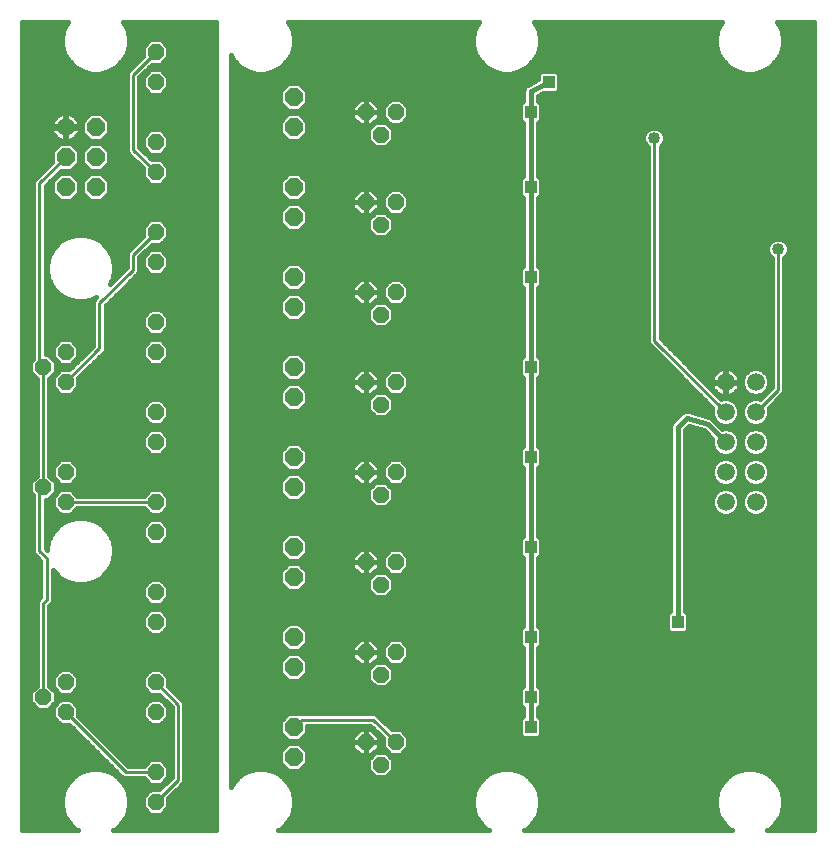
<source format=gbl>
G75*
%MOIN*%
%OFA0B0*%
%FSLAX24Y24*%
%IPPOS*%
%LPD*%
%AMOC8*
5,1,8,0,0,1.08239X$1,22.5*
%
%ADD10OC8,0.0520*%
%ADD11C,0.0594*%
%ADD12C,0.0600*%
%ADD13OC8,0.0600*%
%ADD14OC8,0.0594*%
%ADD15C,0.0100*%
%ADD16C,0.0400*%
%ADD17C,0.0160*%
%ADD18R,0.0396X0.0396*%
D10*
X002180Y004680D03*
X001430Y005180D03*
X002180Y005680D03*
X005180Y005680D03*
X005180Y004680D03*
X005180Y002680D03*
X005180Y001680D03*
X005180Y007680D03*
X005180Y008680D03*
X005180Y010680D03*
X005180Y011680D03*
X005180Y013680D03*
X005180Y014680D03*
X005180Y016680D03*
X005180Y017680D03*
X005180Y019680D03*
X005180Y020680D03*
X005180Y022680D03*
X005180Y023680D03*
X005180Y025680D03*
X005180Y026680D03*
X012180Y024680D03*
X012680Y023930D03*
X013180Y024680D03*
X013180Y021680D03*
X012680Y020930D03*
X012180Y021680D03*
X012180Y018680D03*
X012680Y017930D03*
X013180Y018680D03*
X013180Y015680D03*
X012680Y014930D03*
X012180Y015680D03*
X012180Y012680D03*
X012680Y011930D03*
X013180Y012680D03*
X013180Y009680D03*
X012680Y008930D03*
X012180Y009680D03*
X012180Y006680D03*
X012680Y005930D03*
X013180Y006680D03*
X013180Y003680D03*
X012680Y002930D03*
X012180Y003680D03*
X002180Y011680D03*
X001430Y012180D03*
X002180Y012680D03*
X002180Y015680D03*
X001430Y016180D03*
X002180Y016680D03*
D11*
X024180Y015680D03*
X024180Y014680D03*
X024180Y013680D03*
X024180Y012680D03*
X024180Y011680D03*
X025180Y011680D03*
X025180Y012680D03*
X025180Y013680D03*
X025180Y014680D03*
X025180Y015680D03*
D12*
X002180Y024180D03*
D13*
X002180Y023180D03*
X002180Y022180D03*
X003180Y022180D03*
X003180Y023180D03*
X003180Y024180D03*
D14*
X009780Y024180D03*
X009780Y025180D03*
X009780Y022180D03*
X009780Y021180D03*
X009780Y019180D03*
X009780Y018180D03*
X009780Y016180D03*
X009780Y015180D03*
X009780Y013180D03*
X009780Y012180D03*
X009780Y010180D03*
X009780Y009180D03*
X009780Y007180D03*
X009780Y006180D03*
X009780Y004180D03*
X009780Y003180D03*
D15*
X009805Y004180D02*
X009780Y004180D01*
X009805Y004180D02*
X010055Y004430D01*
X012430Y004430D01*
X013180Y003680D01*
X005930Y004930D02*
X005930Y002430D01*
X005180Y001680D01*
X005180Y002680D02*
X004180Y002680D01*
X002180Y004680D01*
X001430Y005180D02*
X001430Y008305D01*
X001555Y008430D01*
X001555Y009805D01*
X001305Y010055D01*
X001305Y012055D01*
X001430Y012180D01*
X001430Y016180D01*
X001305Y016305D01*
X001305Y022305D01*
X002180Y023180D01*
X004430Y023430D02*
X004430Y025930D01*
X005180Y026680D01*
X004430Y023430D02*
X005180Y022680D01*
X005180Y020680D02*
X004430Y019930D01*
X004430Y019430D01*
X003305Y018305D01*
X003305Y016805D01*
X002180Y015680D01*
X002180Y011680D02*
X005180Y011680D01*
X005180Y005680D02*
X005930Y004930D01*
X021805Y017055D02*
X024180Y014680D01*
X025180Y014680D02*
X025930Y015430D01*
X025930Y020105D01*
X021805Y017055D02*
X021805Y023805D01*
D16*
X021805Y023805D03*
X025930Y020105D03*
D17*
X000740Y027680D02*
X000740Y000740D01*
X002588Y000740D01*
X002498Y000792D01*
X002292Y000998D01*
X002146Y001252D01*
X002070Y001534D01*
X002070Y001826D01*
X002146Y002108D01*
X002292Y002362D01*
X002498Y002568D01*
X002752Y002714D01*
X003034Y002790D01*
X003326Y002790D01*
X003608Y002714D01*
X003862Y002568D01*
X004068Y002362D01*
X004214Y002108D01*
X004290Y001826D01*
X004290Y001534D01*
X004214Y001252D01*
X004068Y000998D01*
X003862Y000792D01*
X003772Y000740D01*
X007180Y000740D01*
X007180Y027680D01*
X004109Y027680D01*
X004214Y027498D01*
X004290Y027216D01*
X004290Y026924D01*
X004214Y026642D01*
X004068Y026388D01*
X003862Y026182D01*
X003608Y026036D01*
X003326Y025960D01*
X003034Y025960D01*
X002752Y026036D01*
X002498Y026182D01*
X002292Y026388D01*
X002146Y026642D01*
X002070Y026924D01*
X002070Y027216D01*
X002146Y027498D01*
X002251Y027680D01*
X000740Y027680D01*
X000740Y027601D02*
X002205Y027601D01*
X002131Y027442D02*
X000740Y027442D01*
X000740Y027284D02*
X002088Y027284D01*
X002070Y027125D02*
X000740Y027125D01*
X000740Y026967D02*
X002070Y026967D01*
X002101Y026808D02*
X000740Y026808D01*
X000740Y026650D02*
X002144Y026650D01*
X002233Y026491D02*
X000740Y026491D01*
X000740Y026333D02*
X002348Y026333D01*
X002512Y026174D02*
X000740Y026174D01*
X000740Y026016D02*
X002827Y026016D01*
X003533Y026016D02*
X004220Y026016D01*
X004220Y026017D02*
X004220Y023343D01*
X004343Y023220D01*
X004760Y022803D01*
X004760Y022506D01*
X005006Y022260D01*
X005354Y022260D01*
X005600Y022506D01*
X005600Y022854D01*
X005354Y023100D01*
X005057Y023100D01*
X004640Y023517D01*
X004640Y025843D01*
X005057Y026260D01*
X005354Y026260D01*
X005600Y026506D01*
X005600Y026854D01*
X005354Y027100D01*
X005006Y027100D01*
X004760Y026854D01*
X004760Y026557D01*
X004220Y026017D01*
X004220Y025857D02*
X000740Y025857D01*
X000740Y025699D02*
X004220Y025699D01*
X004220Y025540D02*
X000740Y025540D01*
X000740Y025382D02*
X004220Y025382D01*
X004220Y025223D02*
X000740Y025223D01*
X000740Y025065D02*
X004220Y025065D01*
X004220Y024906D02*
X000740Y024906D01*
X000740Y024748D02*
X004220Y024748D01*
X004220Y024589D02*
X003421Y024589D01*
X003371Y024640D02*
X002989Y024640D01*
X002720Y024371D01*
X002720Y023989D01*
X002989Y023720D01*
X003371Y023720D01*
X003640Y023989D01*
X003640Y024371D01*
X003371Y024640D01*
X003580Y024431D02*
X004220Y024431D01*
X004220Y024272D02*
X003640Y024272D01*
X003640Y024114D02*
X004220Y024114D01*
X004220Y023955D02*
X003606Y023955D01*
X003447Y023797D02*
X004220Y023797D01*
X004220Y023638D02*
X003373Y023638D01*
X003371Y023640D02*
X002989Y023640D01*
X002720Y023371D01*
X002720Y022989D01*
X002989Y022720D01*
X003371Y022720D01*
X003640Y022989D01*
X003640Y023371D01*
X003371Y023640D01*
X003531Y023480D02*
X004220Y023480D01*
X004242Y023321D02*
X003640Y023321D01*
X003640Y023163D02*
X004400Y023163D01*
X004559Y023004D02*
X003640Y023004D01*
X003496Y022846D02*
X004717Y022846D01*
X004760Y022687D02*
X001984Y022687D01*
X002017Y022720D02*
X002371Y022720D01*
X002640Y022989D01*
X002640Y023371D01*
X002371Y023640D01*
X001989Y023640D01*
X001720Y023371D01*
X001720Y023017D01*
X001218Y022515D01*
X001095Y022392D01*
X001095Y016439D01*
X001010Y016354D01*
X001010Y016006D01*
X001220Y015796D01*
X001220Y012564D01*
X001010Y012354D01*
X001010Y012006D01*
X001095Y011921D01*
X001095Y009968D01*
X001218Y009845D01*
X001345Y009718D01*
X001345Y008517D01*
X001220Y008392D01*
X001220Y005564D01*
X001010Y005354D01*
X001010Y005006D01*
X001256Y004760D01*
X001604Y004760D01*
X001850Y005006D01*
X001850Y005354D01*
X001640Y005564D01*
X001640Y008218D01*
X001642Y008220D01*
X001765Y008343D01*
X001765Y009415D01*
X001792Y009368D01*
X001998Y009162D01*
X002252Y009016D01*
X002534Y008940D01*
X002826Y008940D01*
X003108Y009016D01*
X003362Y009162D01*
X003568Y009368D01*
X003714Y009622D01*
X003790Y009904D01*
X003790Y010196D01*
X003714Y010478D01*
X003568Y010732D01*
X003362Y010938D01*
X003108Y011084D01*
X002826Y011160D01*
X002534Y011160D01*
X002252Y011084D01*
X001998Y010938D01*
X001792Y010732D01*
X001646Y010478D01*
X001570Y010196D01*
X001570Y010087D01*
X001515Y010142D01*
X001515Y011760D01*
X001604Y011760D01*
X001850Y012006D01*
X001850Y012354D01*
X001640Y012564D01*
X001640Y015796D01*
X001850Y016006D01*
X001850Y016354D01*
X001604Y016600D01*
X001515Y016600D01*
X001515Y022218D01*
X002017Y022720D01*
X001989Y022640D02*
X001720Y022371D01*
X001720Y021989D01*
X001989Y021720D01*
X002371Y021720D01*
X002640Y021989D01*
X002640Y022371D01*
X002371Y022640D01*
X001989Y022640D01*
X001878Y022529D02*
X001826Y022529D01*
X001720Y022370D02*
X001667Y022370D01*
X001720Y022212D02*
X001515Y022212D01*
X001515Y022053D02*
X001720Y022053D01*
X001815Y021895D02*
X001515Y021895D01*
X001515Y021736D02*
X001973Y021736D01*
X002387Y021736D02*
X002973Y021736D01*
X002989Y021720D02*
X003371Y021720D01*
X003640Y021989D01*
X003640Y022371D01*
X003371Y022640D01*
X002989Y022640D01*
X002720Y022371D01*
X002720Y021989D01*
X002989Y021720D01*
X002815Y021895D02*
X002545Y021895D01*
X002640Y022053D02*
X002720Y022053D01*
X002720Y022212D02*
X002640Y022212D01*
X002640Y022370D02*
X002720Y022370D01*
X002878Y022529D02*
X002482Y022529D01*
X002496Y022846D02*
X002864Y022846D01*
X002720Y023004D02*
X002640Y023004D01*
X002640Y023163D02*
X002720Y023163D01*
X002720Y023321D02*
X002640Y023321D01*
X002531Y023480D02*
X002829Y023480D01*
X002987Y023638D02*
X002373Y023638D01*
X002364Y023735D02*
X002432Y023769D01*
X002493Y023814D01*
X002546Y023867D01*
X002591Y023928D01*
X002625Y023996D01*
X002648Y024068D01*
X002660Y024142D01*
X002660Y024160D01*
X002200Y024160D01*
X002200Y024200D01*
X002160Y024200D01*
X002160Y024660D01*
X002142Y024660D01*
X002068Y024648D01*
X001996Y024625D01*
X001928Y024591D01*
X001867Y024546D01*
X001814Y024493D01*
X001769Y024432D01*
X001735Y024364D01*
X001712Y024292D01*
X001700Y024218D01*
X001700Y024200D01*
X002160Y024200D01*
X002160Y024160D01*
X001700Y024160D01*
X001700Y024142D01*
X001712Y024068D01*
X001735Y023996D01*
X001769Y023928D01*
X001814Y023867D01*
X001867Y023814D01*
X001928Y023769D01*
X001996Y023735D01*
X002068Y023712D01*
X002142Y023700D01*
X002160Y023700D01*
X002160Y024160D01*
X002200Y024160D01*
X002200Y023700D01*
X002218Y023700D01*
X002292Y023712D01*
X002364Y023735D01*
X002469Y023797D02*
X002913Y023797D01*
X002754Y023955D02*
X002604Y023955D01*
X002655Y024114D02*
X002720Y024114D01*
X002660Y024200D02*
X002660Y024218D01*
X002648Y024292D01*
X002625Y024364D01*
X002591Y024432D01*
X002546Y024493D01*
X002493Y024546D01*
X002432Y024591D01*
X002364Y024625D01*
X002292Y024648D01*
X002218Y024660D01*
X002200Y024660D01*
X002200Y024200D01*
X002660Y024200D01*
X002651Y024272D02*
X002720Y024272D01*
X002780Y024431D02*
X002591Y024431D01*
X002434Y024589D02*
X002939Y024589D01*
X002200Y024589D02*
X002160Y024589D01*
X002160Y024431D02*
X002200Y024431D01*
X002200Y024272D02*
X002160Y024272D01*
X002160Y024114D02*
X002200Y024114D01*
X002200Y023955D02*
X002160Y023955D01*
X002160Y023797D02*
X002200Y023797D01*
X001987Y023638D02*
X000740Y023638D01*
X000740Y023480D02*
X001829Y023480D01*
X001720Y023321D02*
X000740Y023321D01*
X000740Y023163D02*
X001720Y023163D01*
X001707Y023004D02*
X000740Y023004D01*
X000740Y022846D02*
X001549Y022846D01*
X001390Y022687D02*
X000740Y022687D01*
X000740Y022529D02*
X001232Y022529D01*
X001095Y022370D02*
X000740Y022370D01*
X000740Y022212D02*
X001095Y022212D01*
X001095Y022053D02*
X000740Y022053D01*
X000740Y021895D02*
X001095Y021895D01*
X001095Y021736D02*
X000740Y021736D01*
X000740Y021578D02*
X001095Y021578D01*
X001095Y021419D02*
X000740Y021419D01*
X000740Y021261D02*
X001095Y021261D01*
X001095Y021102D02*
X000740Y021102D01*
X000740Y020944D02*
X001095Y020944D01*
X001095Y020785D02*
X000740Y020785D01*
X000740Y020627D02*
X001095Y020627D01*
X001095Y020468D02*
X000740Y020468D01*
X000740Y020310D02*
X001095Y020310D01*
X001095Y020151D02*
X000740Y020151D01*
X000740Y019993D02*
X001095Y019993D01*
X001095Y019834D02*
X000740Y019834D01*
X000740Y019676D02*
X001095Y019676D01*
X001095Y019517D02*
X000740Y019517D01*
X000740Y019359D02*
X001095Y019359D01*
X001095Y019200D02*
X000740Y019200D01*
X000740Y019042D02*
X001095Y019042D01*
X001095Y018883D02*
X000740Y018883D01*
X000740Y018725D02*
X001095Y018725D01*
X001095Y018566D02*
X000740Y018566D01*
X000740Y018408D02*
X001095Y018408D01*
X001095Y018249D02*
X000740Y018249D01*
X000740Y018091D02*
X001095Y018091D01*
X001095Y017932D02*
X000740Y017932D01*
X000740Y017774D02*
X001095Y017774D01*
X001095Y017615D02*
X000740Y017615D01*
X000740Y017457D02*
X001095Y017457D01*
X001095Y017298D02*
X000740Y017298D01*
X000740Y017140D02*
X001095Y017140D01*
X001095Y016981D02*
X000740Y016981D01*
X000740Y016823D02*
X001095Y016823D01*
X001095Y016664D02*
X000740Y016664D01*
X000740Y016506D02*
X001095Y016506D01*
X001010Y016347D02*
X000740Y016347D01*
X000740Y016189D02*
X001010Y016189D01*
X001010Y016030D02*
X000740Y016030D01*
X000740Y015872D02*
X001145Y015872D01*
X001220Y015713D02*
X000740Y015713D01*
X000740Y015555D02*
X001220Y015555D01*
X001220Y015396D02*
X000740Y015396D01*
X000740Y015238D02*
X001220Y015238D01*
X001220Y015079D02*
X000740Y015079D01*
X000740Y014921D02*
X001220Y014921D01*
X001220Y014762D02*
X000740Y014762D01*
X000740Y014604D02*
X001220Y014604D01*
X001220Y014445D02*
X000740Y014445D01*
X000740Y014287D02*
X001220Y014287D01*
X001220Y014128D02*
X000740Y014128D01*
X000740Y013970D02*
X001220Y013970D01*
X001220Y013811D02*
X000740Y013811D01*
X000740Y013653D02*
X001220Y013653D01*
X001220Y013494D02*
X000740Y013494D01*
X000740Y013336D02*
X001220Y013336D01*
X001220Y013177D02*
X000740Y013177D01*
X000740Y013019D02*
X001220Y013019D01*
X001220Y012860D02*
X000740Y012860D01*
X000740Y012702D02*
X001220Y012702D01*
X001199Y012543D02*
X000740Y012543D01*
X000740Y012385D02*
X001041Y012385D01*
X001010Y012226D02*
X000740Y012226D01*
X000740Y012068D02*
X001010Y012068D01*
X001095Y011909D02*
X000740Y011909D01*
X000740Y011751D02*
X001095Y011751D01*
X001095Y011592D02*
X000740Y011592D01*
X000740Y011434D02*
X001095Y011434D01*
X001095Y011275D02*
X000740Y011275D01*
X000740Y011117D02*
X001095Y011117D01*
X001095Y010958D02*
X000740Y010958D01*
X000740Y010800D02*
X001095Y010800D01*
X001095Y010641D02*
X000740Y010641D01*
X000740Y010483D02*
X001095Y010483D01*
X001095Y010324D02*
X000740Y010324D01*
X000740Y010166D02*
X001095Y010166D01*
X001095Y010007D02*
X000740Y010007D01*
X000740Y009849D02*
X001214Y009849D01*
X001345Y009690D02*
X000740Y009690D01*
X000740Y009532D02*
X001345Y009532D01*
X001345Y009373D02*
X000740Y009373D01*
X000740Y009215D02*
X001345Y009215D01*
X001345Y009056D02*
X000740Y009056D01*
X000740Y008898D02*
X001345Y008898D01*
X001345Y008739D02*
X000740Y008739D01*
X000740Y008581D02*
X001345Y008581D01*
X001250Y008422D02*
X000740Y008422D01*
X000740Y008264D02*
X001220Y008264D01*
X001220Y008105D02*
X000740Y008105D01*
X000740Y007947D02*
X001220Y007947D01*
X001220Y007788D02*
X000740Y007788D01*
X000740Y007630D02*
X001220Y007630D01*
X001220Y007471D02*
X000740Y007471D01*
X000740Y007313D02*
X001220Y007313D01*
X001220Y007154D02*
X000740Y007154D01*
X000740Y006996D02*
X001220Y006996D01*
X001220Y006837D02*
X000740Y006837D01*
X000740Y006679D02*
X001220Y006679D01*
X001220Y006520D02*
X000740Y006520D01*
X000740Y006362D02*
X001220Y006362D01*
X001220Y006203D02*
X000740Y006203D01*
X000740Y006045D02*
X001220Y006045D01*
X001220Y005886D02*
X000740Y005886D01*
X000740Y005728D02*
X001220Y005728D01*
X001220Y005569D02*
X000740Y005569D01*
X000740Y005411D02*
X001067Y005411D01*
X001010Y005252D02*
X000740Y005252D01*
X000740Y005094D02*
X001010Y005094D01*
X001081Y004935D02*
X000740Y004935D01*
X000740Y004777D02*
X001240Y004777D01*
X001620Y004777D02*
X001760Y004777D01*
X001760Y004854D02*
X001760Y004506D01*
X002006Y004260D01*
X002303Y004260D01*
X003970Y002593D01*
X004093Y002470D01*
X004796Y002470D01*
X005006Y002260D01*
X005354Y002260D01*
X005600Y002506D01*
X005600Y002854D01*
X005354Y003100D01*
X005006Y003100D01*
X004796Y002890D01*
X004267Y002890D01*
X002600Y004557D01*
X002600Y004854D01*
X002354Y005100D01*
X002006Y005100D01*
X001760Y004854D01*
X001779Y004935D02*
X001841Y004935D01*
X001850Y005094D02*
X002000Y005094D01*
X002006Y005260D02*
X002354Y005260D01*
X002600Y005506D01*
X002600Y005854D01*
X002354Y006100D01*
X002006Y006100D01*
X001760Y005854D01*
X001760Y005506D01*
X002006Y005260D01*
X001850Y005252D02*
X005311Y005252D01*
X005303Y005260D02*
X005720Y004843D01*
X005720Y002517D01*
X005303Y002100D01*
X005006Y002100D01*
X004760Y001854D01*
X004760Y001506D01*
X005006Y001260D01*
X005354Y001260D01*
X005600Y001506D01*
X005600Y001803D01*
X006017Y002220D01*
X006140Y002343D01*
X006140Y005017D01*
X005600Y005557D01*
X005600Y005854D01*
X005354Y006100D01*
X005006Y006100D01*
X004760Y005854D01*
X004760Y005506D01*
X005006Y005260D01*
X005303Y005260D01*
X005354Y005100D02*
X005006Y005100D01*
X004760Y004854D01*
X004760Y004506D01*
X005006Y004260D01*
X005354Y004260D01*
X005600Y004506D01*
X005600Y004854D01*
X005354Y005100D01*
X005360Y005094D02*
X005470Y005094D01*
X005519Y004935D02*
X005628Y004935D01*
X005600Y004777D02*
X005720Y004777D01*
X005720Y004618D02*
X005600Y004618D01*
X005553Y004460D02*
X005720Y004460D01*
X005720Y004301D02*
X005395Y004301D01*
X005720Y004143D02*
X003014Y004143D01*
X002856Y004301D02*
X004965Y004301D01*
X004807Y004460D02*
X002697Y004460D01*
X002600Y004618D02*
X004760Y004618D01*
X004760Y004777D02*
X002600Y004777D01*
X002519Y004935D02*
X004841Y004935D01*
X005000Y005094D02*
X002360Y005094D01*
X002504Y005411D02*
X004856Y005411D01*
X004760Y005569D02*
X002600Y005569D01*
X002600Y005728D02*
X004760Y005728D01*
X004792Y005886D02*
X002568Y005886D01*
X002409Y006045D02*
X004951Y006045D01*
X005409Y006045D02*
X007180Y006045D01*
X007180Y006203D02*
X001640Y006203D01*
X001640Y006045D02*
X001951Y006045D01*
X001792Y005886D02*
X001640Y005886D01*
X001640Y005728D02*
X001760Y005728D01*
X001760Y005569D02*
X001640Y005569D01*
X001793Y005411D02*
X001856Y005411D01*
X001760Y004618D02*
X000740Y004618D01*
X000740Y004460D02*
X001807Y004460D01*
X001965Y004301D02*
X000740Y004301D01*
X000740Y004143D02*
X002421Y004143D01*
X002579Y003984D02*
X000740Y003984D01*
X000740Y003826D02*
X002738Y003826D01*
X002896Y003667D02*
X000740Y003667D01*
X000740Y003509D02*
X003055Y003509D01*
X003213Y003350D02*
X000740Y003350D01*
X000740Y003192D02*
X003372Y003192D01*
X003530Y003033D02*
X000740Y003033D01*
X000740Y002875D02*
X003689Y002875D01*
X003602Y002716D02*
X003847Y002716D01*
X003872Y002558D02*
X004006Y002558D01*
X004031Y002399D02*
X004867Y002399D01*
X004988Y002082D02*
X004221Y002082D01*
X004264Y001924D02*
X004830Y001924D01*
X004760Y001765D02*
X004290Y001765D01*
X004290Y001607D02*
X004760Y001607D01*
X004818Y001448D02*
X004267Y001448D01*
X004224Y001290D02*
X004977Y001290D01*
X005383Y001290D02*
X007180Y001290D01*
X007180Y001448D02*
X005542Y001448D01*
X005600Y001607D02*
X007180Y001607D01*
X007180Y001765D02*
X005600Y001765D01*
X005720Y001924D02*
X007180Y001924D01*
X007180Y002082D02*
X005879Y002082D01*
X006037Y002241D02*
X007180Y002241D01*
X007180Y002399D02*
X006140Y002399D01*
X006140Y002558D02*
X007180Y002558D01*
X007180Y002716D02*
X006140Y002716D01*
X006140Y002875D02*
X007180Y002875D01*
X007180Y003033D02*
X006140Y003033D01*
X006140Y003192D02*
X007180Y003192D01*
X007180Y003350D02*
X006140Y003350D01*
X006140Y003509D02*
X007180Y003509D01*
X007180Y003667D02*
X006140Y003667D01*
X006140Y003826D02*
X007180Y003826D01*
X007180Y003984D02*
X006140Y003984D01*
X006140Y004143D02*
X007180Y004143D01*
X007180Y004301D02*
X006140Y004301D01*
X006140Y004460D02*
X007180Y004460D01*
X007180Y004618D02*
X006140Y004618D01*
X006140Y004777D02*
X007180Y004777D01*
X007180Y004935D02*
X006140Y004935D01*
X006063Y005094D02*
X007180Y005094D01*
X007180Y005252D02*
X005905Y005252D01*
X005746Y005411D02*
X007180Y005411D01*
X007180Y005569D02*
X005600Y005569D01*
X005600Y005728D02*
X007180Y005728D01*
X007180Y005886D02*
X005568Y005886D01*
X005354Y007260D02*
X005006Y007260D01*
X004760Y007506D01*
X004760Y007854D01*
X005006Y008100D01*
X005354Y008100D01*
X005600Y007854D01*
X005600Y007506D01*
X005354Y007260D01*
X005406Y007313D02*
X007180Y007313D01*
X007180Y007471D02*
X005565Y007471D01*
X005600Y007630D02*
X007180Y007630D01*
X007180Y007788D02*
X005600Y007788D01*
X005507Y007947D02*
X007180Y007947D01*
X007180Y008105D02*
X001640Y008105D01*
X001640Y007947D02*
X004853Y007947D01*
X004760Y007788D02*
X001640Y007788D01*
X001640Y007630D02*
X004760Y007630D01*
X004795Y007471D02*
X001640Y007471D01*
X001640Y007313D02*
X004954Y007313D01*
X005006Y008260D02*
X005354Y008260D01*
X005600Y008506D01*
X005600Y008854D01*
X005354Y009100D01*
X005006Y009100D01*
X004760Y008854D01*
X004760Y008506D01*
X005006Y008260D01*
X005003Y008264D02*
X001685Y008264D01*
X001765Y008422D02*
X004844Y008422D01*
X004760Y008581D02*
X001765Y008581D01*
X001765Y008739D02*
X004760Y008739D01*
X004804Y008898D02*
X001765Y008898D01*
X001765Y009056D02*
X002182Y009056D01*
X001946Y009215D02*
X001765Y009215D01*
X001765Y009373D02*
X001789Y009373D01*
X001570Y010166D02*
X001515Y010166D01*
X001515Y010324D02*
X001604Y010324D01*
X001648Y010483D02*
X001515Y010483D01*
X001515Y010641D02*
X001740Y010641D01*
X001860Y010800D02*
X001515Y010800D01*
X001515Y010958D02*
X002033Y010958D01*
X002372Y011117D02*
X001515Y011117D01*
X001515Y011275D02*
X001991Y011275D01*
X002006Y011260D02*
X002354Y011260D01*
X002564Y011470D01*
X004796Y011470D01*
X005006Y011260D01*
X005354Y011260D01*
X005600Y011506D01*
X005600Y011854D01*
X005354Y012100D01*
X005006Y012100D01*
X004796Y011890D01*
X002564Y011890D01*
X002354Y012100D01*
X002006Y012100D01*
X001760Y011854D01*
X001760Y011506D01*
X002006Y011260D01*
X001833Y011434D02*
X001515Y011434D01*
X001515Y011592D02*
X001760Y011592D01*
X001760Y011751D02*
X001515Y011751D01*
X001753Y011909D02*
X001815Y011909D01*
X001850Y012068D02*
X001974Y012068D01*
X002006Y012260D02*
X002354Y012260D01*
X002600Y012506D01*
X002600Y012854D01*
X002354Y013100D01*
X002006Y013100D01*
X001760Y012854D01*
X001760Y012506D01*
X002006Y012260D01*
X001850Y012226D02*
X007180Y012226D01*
X007180Y012068D02*
X005386Y012068D01*
X005545Y011909D02*
X007180Y011909D01*
X007180Y011751D02*
X005600Y011751D01*
X005600Y011592D02*
X007180Y011592D01*
X007180Y011434D02*
X005527Y011434D01*
X005369Y011275D02*
X007180Y011275D01*
X007180Y011117D02*
X002988Y011117D01*
X003327Y010958D02*
X004864Y010958D01*
X004760Y010854D02*
X004760Y010506D01*
X005006Y010260D01*
X005354Y010260D01*
X005600Y010506D01*
X005600Y010854D01*
X005354Y011100D01*
X005006Y011100D01*
X004760Y010854D01*
X004760Y010800D02*
X003500Y010800D01*
X003620Y010641D02*
X004760Y010641D01*
X004784Y010483D02*
X003712Y010483D01*
X003756Y010324D02*
X004942Y010324D01*
X005418Y010324D02*
X007180Y010324D01*
X007180Y010166D02*
X003790Y010166D01*
X003790Y010007D02*
X007180Y010007D01*
X007180Y009849D02*
X003775Y009849D01*
X003733Y009690D02*
X007180Y009690D01*
X007180Y009532D02*
X003662Y009532D01*
X003571Y009373D02*
X007180Y009373D01*
X007180Y009215D02*
X003414Y009215D01*
X003178Y009056D02*
X004962Y009056D01*
X005398Y009056D02*
X007180Y009056D01*
X007180Y008898D02*
X005556Y008898D01*
X005600Y008739D02*
X007180Y008739D01*
X007180Y008581D02*
X005600Y008581D01*
X005516Y008422D02*
X007180Y008422D01*
X007180Y008264D02*
X005357Y008264D01*
X007180Y007154D02*
X001640Y007154D01*
X001640Y006996D02*
X007180Y006996D01*
X007180Y006837D02*
X001640Y006837D01*
X001640Y006679D02*
X007180Y006679D01*
X007180Y006520D02*
X001640Y006520D01*
X001640Y006362D02*
X007180Y006362D01*
X007680Y006362D02*
X009323Y006362D01*
X009323Y006369D02*
X009323Y005991D01*
X009591Y005723D01*
X009969Y005723D01*
X010237Y005991D01*
X010237Y006369D01*
X009969Y006637D01*
X009591Y006637D01*
X009323Y006369D01*
X009323Y006203D02*
X007680Y006203D01*
X007680Y006045D02*
X009323Y006045D01*
X009428Y005886D02*
X007680Y005886D01*
X007680Y005728D02*
X009586Y005728D01*
X009974Y005728D02*
X012289Y005728D01*
X012260Y005756D02*
X012506Y005510D01*
X012854Y005510D01*
X013100Y005756D01*
X013100Y006104D01*
X012854Y006350D01*
X012506Y006350D01*
X012260Y006104D01*
X012260Y005756D01*
X012260Y005886D02*
X010132Y005886D01*
X010237Y006045D02*
X012260Y006045D01*
X012359Y006203D02*
X010237Y006203D01*
X010237Y006362D02*
X011876Y006362D01*
X011998Y006240D02*
X011740Y006498D01*
X011740Y006680D01*
X012180Y006680D01*
X012620Y006680D01*
X012620Y006862D01*
X012362Y007120D01*
X012180Y007120D01*
X012180Y006680D01*
X012180Y006680D01*
X012180Y006680D01*
X012620Y006680D01*
X012620Y006498D01*
X012362Y006240D01*
X012180Y006240D01*
X012180Y006680D01*
X012180Y006680D01*
X012180Y006680D01*
X012180Y007120D01*
X011998Y007120D01*
X011740Y006862D01*
X011740Y006680D01*
X012180Y006680D01*
X012180Y006240D01*
X011998Y006240D01*
X012180Y006362D02*
X012180Y006362D01*
X012180Y006520D02*
X012180Y006520D01*
X012180Y006679D02*
X012180Y006679D01*
X012180Y006837D02*
X012180Y006837D01*
X012180Y006996D02*
X012180Y006996D01*
X012487Y006996D02*
X012902Y006996D01*
X013006Y007100D02*
X012760Y006854D01*
X012760Y006506D01*
X013006Y006260D01*
X013354Y006260D01*
X013600Y006506D01*
X013600Y006854D01*
X013354Y007100D01*
X013006Y007100D01*
X012760Y006837D02*
X012620Y006837D01*
X012620Y006679D02*
X012760Y006679D01*
X012760Y006520D02*
X012620Y006520D01*
X012484Y006362D02*
X012905Y006362D01*
X013001Y006203D02*
X017440Y006203D01*
X017440Y006045D02*
X013100Y006045D01*
X013100Y005886D02*
X017440Y005886D01*
X017440Y005728D02*
X013071Y005728D01*
X012913Y005569D02*
X017440Y005569D01*
X017440Y005538D02*
X017416Y005538D01*
X017322Y005444D01*
X017322Y004916D01*
X017416Y004822D01*
X017440Y004822D01*
X017440Y004538D01*
X017416Y004538D01*
X017322Y004444D01*
X017322Y003916D01*
X017416Y003822D01*
X017944Y003822D01*
X018038Y003916D01*
X018038Y004444D01*
X017944Y004538D01*
X017920Y004538D01*
X017920Y004822D01*
X017944Y004822D01*
X018038Y004916D01*
X018038Y005444D01*
X017944Y005538D01*
X017920Y005538D01*
X017920Y006822D01*
X017944Y006822D01*
X018038Y006916D01*
X018038Y007444D01*
X017944Y007538D01*
X017920Y007538D01*
X017920Y009822D01*
X017944Y009822D01*
X018038Y009916D01*
X018038Y010444D01*
X017944Y010538D01*
X017920Y010538D01*
X017920Y012822D01*
X017944Y012822D01*
X018038Y012916D01*
X018038Y013444D01*
X017944Y013538D01*
X017920Y013538D01*
X017920Y015822D01*
X017944Y015822D01*
X018038Y015916D01*
X018038Y016444D01*
X017944Y016538D01*
X017920Y016538D01*
X017920Y018822D01*
X017944Y018822D01*
X018038Y018916D01*
X018038Y019444D01*
X017944Y019538D01*
X017920Y019538D01*
X017920Y021822D01*
X017944Y021822D01*
X018038Y021916D01*
X018038Y022444D01*
X017944Y022538D01*
X017920Y022538D01*
X017920Y024322D01*
X017944Y024322D01*
X018038Y024416D01*
X018038Y024944D01*
X017944Y025038D01*
X017920Y025038D01*
X017920Y025232D01*
X018100Y025322D01*
X018544Y025322D01*
X018638Y025416D01*
X018638Y025944D01*
X018544Y026038D01*
X018016Y026038D01*
X017922Y025944D01*
X017922Y025769D01*
X017580Y025598D01*
X017544Y025583D01*
X017538Y025577D01*
X017530Y025573D01*
X017504Y025544D01*
X017477Y025516D01*
X017473Y025508D01*
X017467Y025501D01*
X017455Y025464D01*
X017440Y025428D01*
X017440Y025419D01*
X017437Y025411D01*
X017440Y025371D01*
X017440Y025038D01*
X017416Y025038D01*
X017322Y024944D01*
X017322Y024416D01*
X017416Y024322D01*
X017440Y024322D01*
X017440Y022538D01*
X017416Y022538D01*
X017322Y022444D01*
X017322Y021916D01*
X017416Y021822D01*
X017440Y021822D01*
X017440Y019538D01*
X017416Y019538D01*
X017322Y019444D01*
X017322Y018916D01*
X017416Y018822D01*
X017440Y018822D01*
X017440Y016538D01*
X017416Y016538D01*
X017322Y016444D01*
X017322Y015916D01*
X017416Y015822D01*
X017440Y015822D01*
X017440Y013538D01*
X017416Y013538D01*
X017322Y013444D01*
X017322Y012916D01*
X017416Y012822D01*
X017440Y012822D01*
X017440Y010538D01*
X017416Y010538D01*
X017322Y010444D01*
X017322Y009916D01*
X017416Y009822D01*
X017440Y009822D01*
X017440Y007538D01*
X017416Y007538D01*
X017322Y007444D01*
X017322Y006916D01*
X017416Y006822D01*
X017440Y006822D01*
X017440Y005538D01*
X017322Y005411D02*
X007680Y005411D01*
X007680Y005569D02*
X012447Y005569D01*
X012517Y004640D02*
X009968Y004640D01*
X009965Y004637D01*
X009591Y004637D01*
X009323Y004369D01*
X009323Y003991D01*
X009591Y003723D01*
X009969Y003723D01*
X010237Y003991D01*
X010237Y004220D01*
X012343Y004220D01*
X012760Y003803D01*
X012760Y003506D01*
X013006Y003260D01*
X013354Y003260D01*
X013600Y003506D01*
X013600Y003854D01*
X013354Y004100D01*
X013057Y004100D01*
X012640Y004517D01*
X012517Y004640D01*
X012539Y004618D02*
X017440Y004618D01*
X017440Y004777D02*
X007680Y004777D01*
X007680Y004935D02*
X017322Y004935D01*
X017322Y005094D02*
X007680Y005094D01*
X007680Y005252D02*
X017322Y005252D01*
X017680Y005180D02*
X017680Y007180D01*
X017680Y010180D01*
X017680Y013180D01*
X017680Y016180D01*
X017680Y019180D01*
X017680Y022180D01*
X017680Y024680D01*
X017680Y025380D01*
X018280Y025680D01*
X018638Y025699D02*
X027120Y025699D01*
X027120Y025857D02*
X018638Y025857D01*
X018567Y026016D02*
X024627Y026016D01*
X024552Y026036D02*
X024834Y025960D01*
X025126Y025960D01*
X025408Y026036D01*
X025662Y026182D01*
X025868Y026388D01*
X026014Y026642D01*
X026090Y026924D01*
X026090Y027216D01*
X026014Y027498D01*
X025909Y027680D01*
X027120Y027680D01*
X027120Y000740D01*
X025572Y000740D01*
X025662Y000792D01*
X025868Y000998D01*
X026014Y001252D01*
X026090Y001534D01*
X026090Y001826D01*
X026014Y002108D01*
X025868Y002362D01*
X025662Y002568D01*
X025408Y002714D01*
X025126Y002790D01*
X024834Y002790D01*
X024552Y002714D01*
X024298Y002568D01*
X024092Y002362D01*
X023946Y002108D01*
X023870Y001826D01*
X023870Y001534D01*
X023946Y001252D01*
X024092Y000998D01*
X024298Y000792D01*
X024388Y000740D01*
X017472Y000740D01*
X017562Y000792D01*
X017768Y000998D01*
X017914Y001252D01*
X017990Y001534D01*
X017990Y001826D01*
X017914Y002108D01*
X017768Y002362D01*
X017562Y002568D01*
X017308Y002714D01*
X017026Y002790D01*
X016734Y002790D01*
X016452Y002714D01*
X016198Y002568D01*
X015992Y002362D01*
X015846Y002108D01*
X015770Y001826D01*
X015770Y001534D01*
X015846Y001252D01*
X015992Y000998D01*
X016198Y000792D01*
X016288Y000740D01*
X009272Y000740D01*
X009362Y000792D01*
X009568Y000998D01*
X009714Y001252D01*
X009790Y001534D01*
X009790Y001826D01*
X009714Y002108D01*
X009568Y002362D01*
X009362Y002568D01*
X009108Y002714D01*
X008826Y002790D01*
X008534Y002790D01*
X008252Y002714D01*
X007998Y002568D01*
X007792Y002362D01*
X007680Y002168D01*
X007680Y026582D01*
X007792Y026388D01*
X007998Y026182D01*
X008252Y026036D01*
X008534Y025960D01*
X008826Y025960D01*
X009108Y026036D01*
X009362Y026182D01*
X009568Y026388D01*
X009714Y026642D01*
X009790Y026924D01*
X009790Y027216D01*
X009714Y027498D01*
X009609Y027680D01*
X015951Y027680D01*
X015846Y027498D01*
X015770Y027216D01*
X015770Y026924D01*
X015846Y026642D01*
X015992Y026388D01*
X016198Y026182D01*
X016452Y026036D01*
X016734Y025960D01*
X017026Y025960D01*
X017308Y026036D01*
X017562Y026182D01*
X017768Y026388D01*
X017914Y026642D01*
X017990Y026924D01*
X017990Y027216D01*
X017914Y027498D01*
X017809Y027680D01*
X024051Y027680D01*
X023946Y027498D01*
X023870Y027216D01*
X023870Y026924D01*
X023946Y026642D01*
X024092Y026388D01*
X024298Y026182D01*
X024552Y026036D01*
X024312Y026174D02*
X017548Y026174D01*
X017712Y026333D02*
X024148Y026333D01*
X024033Y026491D02*
X017827Y026491D01*
X017916Y026650D02*
X023944Y026650D01*
X023901Y026808D02*
X017959Y026808D01*
X017990Y026967D02*
X023870Y026967D01*
X023870Y027125D02*
X017990Y027125D01*
X017972Y027284D02*
X023888Y027284D01*
X023931Y027442D02*
X017929Y027442D01*
X017855Y027601D02*
X024005Y027601D01*
X025333Y026016D02*
X027120Y026016D01*
X027120Y026174D02*
X025648Y026174D01*
X025812Y026333D02*
X027120Y026333D01*
X027120Y026491D02*
X025927Y026491D01*
X026016Y026650D02*
X027120Y026650D01*
X027120Y026808D02*
X026059Y026808D01*
X026090Y026967D02*
X027120Y026967D01*
X027120Y027125D02*
X026090Y027125D01*
X026072Y027284D02*
X027120Y027284D01*
X027120Y027442D02*
X026029Y027442D01*
X025955Y027601D02*
X027120Y027601D01*
X027120Y025540D02*
X018638Y025540D01*
X018604Y025382D02*
X027120Y025382D01*
X027120Y025223D02*
X017920Y025223D01*
X017920Y025065D02*
X027120Y025065D01*
X027120Y024906D02*
X018038Y024906D01*
X018038Y024748D02*
X027120Y024748D01*
X027120Y024589D02*
X018038Y024589D01*
X018038Y024431D02*
X027120Y024431D01*
X027120Y024272D02*
X017920Y024272D01*
X017920Y024114D02*
X021609Y024114D01*
X021601Y024110D02*
X021500Y024009D01*
X021445Y023877D01*
X021445Y023733D01*
X021500Y023601D01*
X021595Y023506D01*
X021595Y016968D01*
X023743Y014820D01*
X023723Y014771D01*
X023723Y014589D01*
X023793Y014421D01*
X023921Y014293D01*
X024089Y014223D01*
X024271Y014223D01*
X024439Y014293D01*
X024567Y014421D01*
X024637Y014589D01*
X024637Y014771D01*
X024567Y014939D01*
X024439Y015067D01*
X024271Y015137D01*
X024089Y015137D01*
X024040Y015117D01*
X022015Y017142D01*
X022015Y023506D01*
X022110Y023601D01*
X022165Y023733D01*
X022165Y023877D01*
X022110Y024009D01*
X022009Y024110D01*
X021877Y024165D01*
X021733Y024165D01*
X021601Y024110D01*
X021477Y023955D02*
X017920Y023955D01*
X017920Y023797D02*
X021445Y023797D01*
X021484Y023638D02*
X017920Y023638D01*
X017920Y023480D02*
X021595Y023480D01*
X021595Y023321D02*
X017920Y023321D01*
X017920Y023163D02*
X021595Y023163D01*
X021595Y023004D02*
X017920Y023004D01*
X017920Y022846D02*
X021595Y022846D01*
X021595Y022687D02*
X017920Y022687D01*
X017954Y022529D02*
X021595Y022529D01*
X021595Y022370D02*
X018038Y022370D01*
X018038Y022212D02*
X021595Y022212D01*
X021595Y022053D02*
X018038Y022053D01*
X018017Y021895D02*
X021595Y021895D01*
X021595Y021736D02*
X017920Y021736D01*
X017920Y021578D02*
X021595Y021578D01*
X021595Y021419D02*
X017920Y021419D01*
X017920Y021261D02*
X021595Y021261D01*
X021595Y021102D02*
X017920Y021102D01*
X017920Y020944D02*
X021595Y020944D01*
X021595Y020785D02*
X017920Y020785D01*
X017920Y020627D02*
X021595Y020627D01*
X021595Y020468D02*
X017920Y020468D01*
X017920Y020310D02*
X021595Y020310D01*
X021595Y020151D02*
X017920Y020151D01*
X017920Y019993D02*
X021595Y019993D01*
X021595Y019834D02*
X017920Y019834D01*
X017920Y019676D02*
X021595Y019676D01*
X021595Y019517D02*
X017965Y019517D01*
X018038Y019359D02*
X021595Y019359D01*
X021595Y019200D02*
X018038Y019200D01*
X018038Y019042D02*
X021595Y019042D01*
X021595Y018883D02*
X018006Y018883D01*
X017920Y018725D02*
X021595Y018725D01*
X021595Y018566D02*
X017920Y018566D01*
X017920Y018408D02*
X021595Y018408D01*
X021595Y018249D02*
X017920Y018249D01*
X017920Y018091D02*
X021595Y018091D01*
X021595Y017932D02*
X017920Y017932D01*
X017920Y017774D02*
X021595Y017774D01*
X021595Y017615D02*
X017920Y017615D01*
X017920Y017457D02*
X021595Y017457D01*
X021595Y017298D02*
X017920Y017298D01*
X017920Y017140D02*
X021595Y017140D01*
X021595Y016981D02*
X017920Y016981D01*
X017920Y016823D02*
X021740Y016823D01*
X021899Y016664D02*
X017920Y016664D01*
X017977Y016506D02*
X022057Y016506D01*
X022216Y016347D02*
X018038Y016347D01*
X018038Y016189D02*
X022374Y016189D01*
X022533Y016030D02*
X018038Y016030D01*
X017994Y015872D02*
X022691Y015872D01*
X022850Y015713D02*
X017920Y015713D01*
X017920Y015555D02*
X023008Y015555D01*
X023167Y015396D02*
X017920Y015396D01*
X017920Y015238D02*
X023325Y015238D01*
X023484Y015079D02*
X017920Y015079D01*
X017920Y014921D02*
X023642Y014921D01*
X023723Y014762D02*
X017920Y014762D01*
X017920Y014604D02*
X022664Y014604D01*
X022701Y014640D02*
X022377Y014316D01*
X022340Y014228D01*
X022340Y014132D01*
X022340Y008038D01*
X022316Y008038D01*
X022222Y007944D01*
X022222Y007416D01*
X022316Y007322D01*
X022844Y007322D01*
X022938Y007416D01*
X022938Y007944D01*
X022844Y008038D01*
X022820Y008038D01*
X022820Y014081D01*
X022950Y014210D01*
X023454Y014066D01*
X023731Y013790D01*
X023723Y013771D01*
X023723Y013589D01*
X023793Y013421D01*
X023921Y013293D01*
X024089Y013223D01*
X024271Y013223D01*
X024439Y013293D01*
X024567Y013421D01*
X024637Y013589D01*
X024637Y013771D01*
X024567Y013939D01*
X024439Y014067D01*
X024271Y014137D01*
X024089Y014137D01*
X024070Y014129D01*
X023773Y014426D01*
X023767Y014438D01*
X023740Y014459D01*
X023716Y014483D01*
X023703Y014489D01*
X023692Y014498D01*
X023659Y014507D01*
X023628Y014520D01*
X023614Y014520D01*
X022959Y014707D01*
X022928Y014720D01*
X022914Y014720D01*
X022900Y014724D01*
X022866Y014720D01*
X022832Y014720D01*
X022819Y014715D01*
X022805Y014713D01*
X022775Y014696D01*
X022744Y014683D01*
X022734Y014673D01*
X022722Y014667D01*
X022701Y014640D01*
X022880Y014480D02*
X022580Y014180D01*
X022580Y007680D01*
X022938Y007630D02*
X027120Y007630D01*
X027120Y007788D02*
X022938Y007788D01*
X022936Y007947D02*
X027120Y007947D01*
X027120Y008105D02*
X022820Y008105D01*
X022820Y008264D02*
X027120Y008264D01*
X027120Y008422D02*
X022820Y008422D01*
X022820Y008581D02*
X027120Y008581D01*
X027120Y008739D02*
X022820Y008739D01*
X022820Y008898D02*
X027120Y008898D01*
X027120Y009056D02*
X022820Y009056D01*
X022820Y009215D02*
X027120Y009215D01*
X027120Y009373D02*
X022820Y009373D01*
X022820Y009532D02*
X027120Y009532D01*
X027120Y009690D02*
X022820Y009690D01*
X022820Y009849D02*
X027120Y009849D01*
X027120Y010007D02*
X022820Y010007D01*
X022820Y010166D02*
X027120Y010166D01*
X027120Y010324D02*
X022820Y010324D01*
X022820Y010483D02*
X027120Y010483D01*
X027120Y010641D02*
X022820Y010641D01*
X022820Y010800D02*
X027120Y010800D01*
X027120Y010958D02*
X022820Y010958D01*
X022820Y011117D02*
X027120Y011117D01*
X027120Y011275D02*
X025396Y011275D01*
X025439Y011293D02*
X025567Y011421D01*
X025637Y011589D01*
X025637Y011771D01*
X025567Y011939D01*
X025439Y012067D01*
X025271Y012137D01*
X025089Y012137D01*
X024921Y012067D01*
X024793Y011939D01*
X024723Y011771D01*
X024723Y011589D01*
X024793Y011421D01*
X024921Y011293D01*
X025089Y011223D01*
X025271Y011223D01*
X025439Y011293D01*
X025572Y011434D02*
X027120Y011434D01*
X027120Y011592D02*
X025637Y011592D01*
X025637Y011751D02*
X027120Y011751D01*
X027120Y011909D02*
X025580Y011909D01*
X025438Y012068D02*
X027120Y012068D01*
X027120Y012226D02*
X025278Y012226D01*
X025271Y012223D02*
X025439Y012293D01*
X025567Y012421D01*
X025637Y012589D01*
X025637Y012771D01*
X025567Y012939D01*
X025439Y013067D01*
X025271Y013137D01*
X025089Y013137D01*
X024921Y013067D01*
X024793Y012939D01*
X024723Y012771D01*
X024723Y012589D01*
X024793Y012421D01*
X024921Y012293D01*
X025089Y012223D01*
X025271Y012223D01*
X025082Y012226D02*
X024278Y012226D01*
X024271Y012223D02*
X024439Y012293D01*
X024567Y012421D01*
X024637Y012589D01*
X024637Y012771D01*
X024567Y012939D01*
X024439Y013067D01*
X024271Y013137D01*
X024089Y013137D01*
X023921Y013067D01*
X023793Y012939D01*
X023723Y012771D01*
X023723Y012589D01*
X023793Y012421D01*
X023921Y012293D01*
X024089Y012223D01*
X024271Y012223D01*
X024271Y012137D02*
X024089Y012137D01*
X023921Y012067D01*
X023793Y011939D01*
X023723Y011771D01*
X023723Y011589D01*
X023793Y011421D01*
X023921Y011293D01*
X024089Y011223D01*
X024271Y011223D01*
X024439Y011293D01*
X024567Y011421D01*
X024637Y011589D01*
X024637Y011771D01*
X024567Y011939D01*
X024439Y012067D01*
X024271Y012137D01*
X024438Y012068D02*
X024922Y012068D01*
X024780Y011909D02*
X024580Y011909D01*
X024637Y011751D02*
X024723Y011751D01*
X024723Y011592D02*
X024637Y011592D01*
X024572Y011434D02*
X024788Y011434D01*
X024964Y011275D02*
X024396Y011275D01*
X023964Y011275D02*
X022820Y011275D01*
X022820Y011434D02*
X023788Y011434D01*
X023723Y011592D02*
X022820Y011592D01*
X022820Y011751D02*
X023723Y011751D01*
X023780Y011909D02*
X022820Y011909D01*
X022820Y012068D02*
X023922Y012068D01*
X024082Y012226D02*
X022820Y012226D01*
X022820Y012385D02*
X023829Y012385D01*
X023742Y012543D02*
X022820Y012543D01*
X022820Y012702D02*
X023723Y012702D01*
X023760Y012860D02*
X022820Y012860D01*
X022820Y013019D02*
X023872Y013019D01*
X023878Y013336D02*
X022820Y013336D01*
X022820Y013494D02*
X023763Y013494D01*
X023723Y013653D02*
X022820Y013653D01*
X022820Y013811D02*
X023710Y013811D01*
X023551Y013970D02*
X022820Y013970D01*
X022867Y014128D02*
X023238Y014128D01*
X023580Y014280D02*
X022880Y014480D01*
X023321Y014604D02*
X023723Y014604D01*
X023758Y014445D02*
X023783Y014445D01*
X023913Y014287D02*
X023936Y014287D01*
X023580Y014280D02*
X024180Y013680D01*
X024482Y013336D02*
X024878Y013336D01*
X024921Y013293D02*
X025089Y013223D01*
X025271Y013223D01*
X025439Y013293D01*
X025567Y013421D01*
X025637Y013589D01*
X025637Y013771D01*
X025567Y013939D01*
X025439Y014067D01*
X025271Y014137D01*
X025089Y014137D01*
X024921Y014067D01*
X024793Y013939D01*
X024723Y013771D01*
X024723Y013589D01*
X024793Y013421D01*
X024921Y013293D01*
X024763Y013494D02*
X024597Y013494D01*
X024637Y013653D02*
X024723Y013653D01*
X024740Y013811D02*
X024620Y013811D01*
X024537Y013970D02*
X024823Y013970D01*
X025068Y014128D02*
X024292Y014128D01*
X024424Y014287D02*
X024936Y014287D01*
X024921Y014293D02*
X025089Y014223D01*
X025271Y014223D01*
X025439Y014293D01*
X025567Y014421D01*
X025637Y014589D01*
X025637Y014771D01*
X025617Y014820D01*
X026140Y015343D01*
X026140Y019806D01*
X026235Y019901D01*
X026290Y020033D01*
X026290Y020177D01*
X026235Y020309D01*
X026134Y020410D01*
X026002Y020465D01*
X025858Y020465D01*
X025726Y020410D01*
X025625Y020309D01*
X025570Y020177D01*
X025570Y020033D01*
X025625Y019901D01*
X025720Y019806D01*
X025720Y015517D01*
X025320Y015117D01*
X025271Y015137D01*
X025089Y015137D01*
X024921Y015067D01*
X024793Y014939D01*
X024723Y014771D01*
X024723Y014589D01*
X024793Y014421D01*
X024921Y014293D01*
X024783Y014445D02*
X024577Y014445D01*
X024637Y014604D02*
X024723Y014604D01*
X024723Y014762D02*
X024637Y014762D01*
X024575Y014921D02*
X024785Y014921D01*
X024950Y015079D02*
X024410Y015079D01*
X024361Y015238D02*
X025054Y015238D01*
X025089Y015223D02*
X024921Y015293D01*
X024793Y015421D01*
X024723Y015589D01*
X024723Y015771D01*
X024793Y015939D01*
X024921Y016067D01*
X025089Y016137D01*
X025271Y016137D01*
X025439Y016067D01*
X025567Y015939D01*
X025637Y015771D01*
X025637Y015589D01*
X025567Y015421D01*
X025439Y015293D01*
X025271Y015223D01*
X025089Y015223D01*
X025306Y015238D02*
X025441Y015238D01*
X025542Y015396D02*
X025599Y015396D01*
X025623Y015555D02*
X025720Y015555D01*
X025720Y015713D02*
X025637Y015713D01*
X025595Y015872D02*
X025720Y015872D01*
X025720Y016030D02*
X025476Y016030D01*
X025720Y016189D02*
X022968Y016189D01*
X022810Y016347D02*
X025720Y016347D01*
X025720Y016506D02*
X022651Y016506D01*
X022493Y016664D02*
X025720Y016664D01*
X025720Y016823D02*
X022334Y016823D01*
X022176Y016981D02*
X025720Y016981D01*
X025720Y017140D02*
X022017Y017140D01*
X022015Y017298D02*
X025720Y017298D01*
X025720Y017457D02*
X022015Y017457D01*
X022015Y017615D02*
X025720Y017615D01*
X025720Y017774D02*
X022015Y017774D01*
X022015Y017932D02*
X025720Y017932D01*
X025720Y018091D02*
X022015Y018091D01*
X022015Y018249D02*
X025720Y018249D01*
X025720Y018408D02*
X022015Y018408D01*
X022015Y018566D02*
X025720Y018566D01*
X025720Y018725D02*
X022015Y018725D01*
X022015Y018883D02*
X025720Y018883D01*
X025720Y019042D02*
X022015Y019042D01*
X022015Y019200D02*
X025720Y019200D01*
X025720Y019359D02*
X022015Y019359D01*
X022015Y019517D02*
X025720Y019517D01*
X025720Y019676D02*
X022015Y019676D01*
X022015Y019834D02*
X025692Y019834D01*
X025587Y019993D02*
X022015Y019993D01*
X022015Y020151D02*
X025570Y020151D01*
X025625Y020310D02*
X022015Y020310D01*
X022015Y020468D02*
X027120Y020468D01*
X027120Y020310D02*
X026235Y020310D01*
X026290Y020151D02*
X027120Y020151D01*
X027120Y019993D02*
X026273Y019993D01*
X026168Y019834D02*
X027120Y019834D01*
X027120Y019676D02*
X026140Y019676D01*
X026140Y019517D02*
X027120Y019517D01*
X027120Y019359D02*
X026140Y019359D01*
X026140Y019200D02*
X027120Y019200D01*
X027120Y019042D02*
X026140Y019042D01*
X026140Y018883D02*
X027120Y018883D01*
X027120Y018725D02*
X026140Y018725D01*
X026140Y018566D02*
X027120Y018566D01*
X027120Y018408D02*
X026140Y018408D01*
X026140Y018249D02*
X027120Y018249D01*
X027120Y018091D02*
X026140Y018091D01*
X026140Y017932D02*
X027120Y017932D01*
X027120Y017774D02*
X026140Y017774D01*
X026140Y017615D02*
X027120Y017615D01*
X027120Y017457D02*
X026140Y017457D01*
X026140Y017298D02*
X027120Y017298D01*
X027120Y017140D02*
X026140Y017140D01*
X026140Y016981D02*
X027120Y016981D01*
X027120Y016823D02*
X026140Y016823D01*
X026140Y016664D02*
X027120Y016664D01*
X027120Y016506D02*
X026140Y016506D01*
X026140Y016347D02*
X027120Y016347D01*
X027120Y016189D02*
X026140Y016189D01*
X026140Y016030D02*
X027120Y016030D01*
X027120Y015872D02*
X026140Y015872D01*
X026140Y015713D02*
X027120Y015713D01*
X027120Y015555D02*
X026140Y015555D01*
X026140Y015396D02*
X027120Y015396D01*
X027120Y015238D02*
X026035Y015238D01*
X025876Y015079D02*
X027120Y015079D01*
X027120Y014921D02*
X025718Y014921D01*
X025637Y014762D02*
X027120Y014762D01*
X027120Y014604D02*
X025637Y014604D01*
X025577Y014445D02*
X027120Y014445D01*
X027120Y014287D02*
X025424Y014287D01*
X025292Y014128D02*
X027120Y014128D01*
X027120Y013970D02*
X025537Y013970D01*
X025620Y013811D02*
X027120Y013811D01*
X027120Y013653D02*
X025637Y013653D01*
X025597Y013494D02*
X027120Y013494D01*
X027120Y013336D02*
X025482Y013336D01*
X025488Y013019D02*
X027120Y013019D01*
X027120Y013177D02*
X022820Y013177D01*
X022340Y013177D02*
X018038Y013177D01*
X018038Y013019D02*
X022340Y013019D01*
X022340Y012860D02*
X017983Y012860D01*
X017920Y012702D02*
X022340Y012702D01*
X022340Y012543D02*
X017920Y012543D01*
X017920Y012385D02*
X022340Y012385D01*
X022340Y012226D02*
X017920Y012226D01*
X017920Y012068D02*
X022340Y012068D01*
X022340Y011909D02*
X017920Y011909D01*
X017920Y011751D02*
X022340Y011751D01*
X022340Y011592D02*
X017920Y011592D01*
X017920Y011434D02*
X022340Y011434D01*
X022340Y011275D02*
X017920Y011275D01*
X017920Y011117D02*
X022340Y011117D01*
X022340Y010958D02*
X017920Y010958D01*
X017920Y010800D02*
X022340Y010800D01*
X022340Y010641D02*
X017920Y010641D01*
X018000Y010483D02*
X022340Y010483D01*
X022340Y010324D02*
X018038Y010324D01*
X018038Y010166D02*
X022340Y010166D01*
X022340Y010007D02*
X018038Y010007D01*
X017971Y009849D02*
X022340Y009849D01*
X022340Y009690D02*
X017920Y009690D01*
X017920Y009532D02*
X022340Y009532D01*
X022340Y009373D02*
X017920Y009373D01*
X017920Y009215D02*
X022340Y009215D01*
X022340Y009056D02*
X017920Y009056D01*
X017920Y008898D02*
X022340Y008898D01*
X022340Y008739D02*
X017920Y008739D01*
X017920Y008581D02*
X022340Y008581D01*
X022340Y008422D02*
X017920Y008422D01*
X017920Y008264D02*
X022340Y008264D01*
X022340Y008105D02*
X017920Y008105D01*
X017920Y007947D02*
X022224Y007947D01*
X022222Y007788D02*
X017920Y007788D01*
X017920Y007630D02*
X022222Y007630D01*
X022222Y007471D02*
X018011Y007471D01*
X018038Y007313D02*
X027120Y007313D01*
X027120Y007471D02*
X022938Y007471D01*
X027120Y007154D02*
X018038Y007154D01*
X018038Y006996D02*
X027120Y006996D01*
X027120Y006837D02*
X017960Y006837D01*
X017920Y006679D02*
X027120Y006679D01*
X027120Y006520D02*
X017920Y006520D01*
X017920Y006362D02*
X027120Y006362D01*
X027120Y006203D02*
X017920Y006203D01*
X017920Y006045D02*
X027120Y006045D01*
X027120Y005886D02*
X017920Y005886D01*
X017920Y005728D02*
X027120Y005728D01*
X027120Y005569D02*
X017920Y005569D01*
X018038Y005411D02*
X027120Y005411D01*
X027120Y005252D02*
X018038Y005252D01*
X018038Y005094D02*
X027120Y005094D01*
X027120Y004935D02*
X018038Y004935D01*
X017920Y004777D02*
X027120Y004777D01*
X027120Y004618D02*
X017920Y004618D01*
X018023Y004460D02*
X027120Y004460D01*
X027120Y004301D02*
X018038Y004301D01*
X018038Y004143D02*
X027120Y004143D01*
X027120Y003984D02*
X018038Y003984D01*
X017948Y003826D02*
X027120Y003826D01*
X027120Y003667D02*
X013600Y003667D01*
X013600Y003509D02*
X027120Y003509D01*
X027120Y003350D02*
X013444Y003350D01*
X013100Y003104D02*
X012854Y003350D01*
X012506Y003350D01*
X012260Y003104D01*
X012260Y002756D01*
X012506Y002510D01*
X012854Y002510D01*
X013100Y002756D01*
X013100Y003104D01*
X013100Y003033D02*
X027120Y003033D01*
X027120Y002875D02*
X013100Y002875D01*
X013060Y002716D02*
X016458Y002716D01*
X016188Y002558D02*
X012901Y002558D01*
X012459Y002558D02*
X009372Y002558D01*
X009531Y002399D02*
X016029Y002399D01*
X015922Y002241D02*
X009638Y002241D01*
X009721Y002082D02*
X015839Y002082D01*
X015796Y001924D02*
X009764Y001924D01*
X009790Y001765D02*
X015770Y001765D01*
X015770Y001607D02*
X009790Y001607D01*
X009767Y001448D02*
X015793Y001448D01*
X015836Y001290D02*
X009724Y001290D01*
X009645Y001131D02*
X015915Y001131D01*
X016018Y000973D02*
X009542Y000973D01*
X009384Y000814D02*
X016176Y000814D01*
X017584Y000814D02*
X024276Y000814D01*
X024118Y000973D02*
X017742Y000973D01*
X017845Y001131D02*
X024015Y001131D01*
X023936Y001290D02*
X017924Y001290D01*
X017967Y001448D02*
X023893Y001448D01*
X023870Y001607D02*
X017990Y001607D01*
X017990Y001765D02*
X023870Y001765D01*
X023896Y001924D02*
X017964Y001924D01*
X017921Y002082D02*
X023939Y002082D01*
X024022Y002241D02*
X017838Y002241D01*
X017731Y002399D02*
X024129Y002399D01*
X024288Y002558D02*
X017572Y002558D01*
X017302Y002716D02*
X024558Y002716D01*
X025402Y002716D02*
X027120Y002716D01*
X027120Y002558D02*
X025672Y002558D01*
X025831Y002399D02*
X027120Y002399D01*
X027120Y002241D02*
X025938Y002241D01*
X026021Y002082D02*
X027120Y002082D01*
X027120Y001924D02*
X026064Y001924D01*
X026090Y001765D02*
X027120Y001765D01*
X027120Y001607D02*
X026090Y001607D01*
X026067Y001448D02*
X027120Y001448D01*
X027120Y001290D02*
X026024Y001290D01*
X025945Y001131D02*
X027120Y001131D01*
X027120Y000973D02*
X025842Y000973D01*
X025684Y000814D02*
X027120Y000814D01*
X027120Y003192D02*
X013012Y003192D01*
X012916Y003350D02*
X012472Y003350D01*
X012362Y003240D02*
X012620Y003498D01*
X012620Y003680D01*
X012620Y003862D01*
X012362Y004120D01*
X012180Y004120D01*
X012180Y003680D01*
X012620Y003680D01*
X012180Y003680D01*
X012180Y003680D01*
X012180Y003680D01*
X012180Y003240D01*
X012362Y003240D01*
X012348Y003192D02*
X010237Y003192D01*
X010237Y003350D02*
X011888Y003350D01*
X011998Y003240D02*
X011740Y003498D01*
X011740Y003680D01*
X012180Y003680D01*
X012180Y003680D01*
X012180Y003680D01*
X012180Y004120D01*
X011998Y004120D01*
X011740Y003862D01*
X011740Y003680D01*
X012180Y003680D01*
X012180Y003240D01*
X011998Y003240D01*
X012180Y003350D02*
X012180Y003350D01*
X012180Y003509D02*
X012180Y003509D01*
X012180Y003667D02*
X012180Y003667D01*
X012180Y003826D02*
X012180Y003826D01*
X012180Y003984D02*
X012180Y003984D01*
X012421Y004143D02*
X010237Y004143D01*
X010230Y003984D02*
X011862Y003984D01*
X011740Y003826D02*
X010072Y003826D01*
X009969Y003637D02*
X009591Y003637D01*
X009323Y003369D01*
X009323Y002991D01*
X009591Y002723D01*
X009969Y002723D01*
X010237Y002991D01*
X010237Y003369D01*
X009969Y003637D01*
X010098Y003509D02*
X011740Y003509D01*
X011740Y003667D02*
X007680Y003667D01*
X007680Y003509D02*
X009462Y003509D01*
X009323Y003350D02*
X007680Y003350D01*
X007680Y003192D02*
X009323Y003192D01*
X009323Y003033D02*
X007680Y003033D01*
X007680Y002875D02*
X009439Y002875D01*
X009102Y002716D02*
X012300Y002716D01*
X012260Y002875D02*
X010121Y002875D01*
X010237Y003033D02*
X012260Y003033D01*
X012620Y003509D02*
X012760Y003509D01*
X012760Y003667D02*
X012620Y003667D01*
X012620Y003826D02*
X012738Y003826D01*
X012579Y003984D02*
X012498Y003984D01*
X012856Y004301D02*
X017322Y004301D01*
X017322Y004143D02*
X013014Y004143D01*
X012697Y004460D02*
X017337Y004460D01*
X017680Y004180D02*
X017680Y005180D01*
X017322Y003984D02*
X013470Y003984D01*
X013600Y003826D02*
X017412Y003826D01*
X017440Y006362D02*
X013455Y006362D01*
X013600Y006520D02*
X017440Y006520D01*
X017440Y006679D02*
X013600Y006679D01*
X013600Y006837D02*
X017400Y006837D01*
X017322Y006996D02*
X013458Y006996D01*
X012854Y008510D02*
X012506Y008510D01*
X012260Y008756D01*
X012260Y009104D01*
X012506Y009350D01*
X012854Y009350D01*
X013100Y009104D01*
X013100Y008756D01*
X012854Y008510D01*
X012924Y008581D02*
X017440Y008581D01*
X017440Y008739D02*
X013083Y008739D01*
X013100Y008898D02*
X017440Y008898D01*
X017440Y009056D02*
X013100Y009056D01*
X012989Y009215D02*
X017440Y009215D01*
X017440Y009373D02*
X013467Y009373D01*
X013354Y009260D02*
X013600Y009506D01*
X013600Y009854D01*
X013354Y010100D01*
X013006Y010100D01*
X012760Y009854D01*
X012760Y009506D01*
X013006Y009260D01*
X013354Y009260D01*
X013600Y009532D02*
X017440Y009532D01*
X017440Y009690D02*
X013600Y009690D01*
X013600Y009849D02*
X017389Y009849D01*
X017322Y010007D02*
X013447Y010007D01*
X012913Y010007D02*
X012475Y010007D01*
X012362Y010120D02*
X012180Y010120D01*
X012180Y009680D01*
X012620Y009680D01*
X012620Y009862D01*
X012362Y010120D01*
X012180Y010120D02*
X011998Y010120D01*
X011740Y009862D01*
X011740Y009680D01*
X012180Y009680D01*
X012180Y009680D01*
X012180Y009680D01*
X012620Y009680D01*
X012620Y009498D01*
X012362Y009240D01*
X012180Y009240D01*
X012180Y009680D01*
X012180Y009680D01*
X012180Y009680D01*
X012180Y010120D01*
X012180Y010007D02*
X012180Y010007D01*
X012180Y009849D02*
X012180Y009849D01*
X012180Y009690D02*
X012180Y009690D01*
X012180Y009680D02*
X011740Y009680D01*
X011740Y009498D01*
X011998Y009240D01*
X012180Y009240D01*
X012180Y009680D01*
X012180Y009532D02*
X012180Y009532D01*
X012180Y009373D02*
X012180Y009373D01*
X012371Y009215D02*
X010237Y009215D01*
X010237Y009369D02*
X010237Y008991D01*
X009969Y008723D01*
X009591Y008723D01*
X009323Y008991D01*
X009323Y009369D01*
X009591Y009637D01*
X009969Y009637D01*
X010237Y009369D01*
X010233Y009373D02*
X011865Y009373D01*
X011740Y009532D02*
X010075Y009532D01*
X009969Y009723D02*
X010237Y009991D01*
X010237Y010369D01*
X009969Y010637D01*
X009591Y010637D01*
X009323Y010369D01*
X009323Y009991D01*
X009591Y009723D01*
X009969Y009723D01*
X010095Y009849D02*
X011740Y009849D01*
X011740Y009690D02*
X007680Y009690D01*
X007680Y009532D02*
X009485Y009532D01*
X009327Y009373D02*
X007680Y009373D01*
X007680Y009215D02*
X009323Y009215D01*
X009323Y009056D02*
X007680Y009056D01*
X007680Y008898D02*
X009416Y008898D01*
X009575Y008739D02*
X007680Y008739D01*
X007680Y008581D02*
X012436Y008581D01*
X012277Y008739D02*
X009985Y008739D01*
X010144Y008898D02*
X012260Y008898D01*
X012260Y009056D02*
X010237Y009056D01*
X010237Y010007D02*
X011885Y010007D01*
X012495Y009373D02*
X012893Y009373D01*
X012760Y009532D02*
X012620Y009532D01*
X012620Y009690D02*
X012760Y009690D01*
X012760Y009849D02*
X012620Y009849D01*
X012506Y011510D02*
X012854Y011510D01*
X013100Y011756D01*
X013100Y012104D01*
X012854Y012350D01*
X012506Y012350D01*
X012260Y012104D01*
X012260Y011756D01*
X012506Y011510D01*
X012424Y011592D02*
X007680Y011592D01*
X007680Y011434D02*
X017440Y011434D01*
X017440Y011592D02*
X012936Y011592D01*
X013094Y011751D02*
X017440Y011751D01*
X017440Y011909D02*
X013100Y011909D01*
X013100Y012068D02*
X017440Y012068D01*
X017440Y012226D02*
X012978Y012226D01*
X013006Y012260D02*
X013354Y012260D01*
X013600Y012506D01*
X013600Y012854D01*
X013354Y013100D01*
X013006Y013100D01*
X012760Y012854D01*
X012760Y012506D01*
X013006Y012260D01*
X012882Y012385D02*
X012507Y012385D01*
X012620Y012498D02*
X012362Y012240D01*
X012180Y012240D01*
X012180Y012680D01*
X012620Y012680D01*
X012620Y012862D01*
X012362Y013120D01*
X012180Y013120D01*
X012180Y012680D01*
X012180Y012680D01*
X012180Y012680D01*
X012620Y012680D01*
X012620Y012498D01*
X012620Y012543D02*
X012760Y012543D01*
X012760Y012702D02*
X012620Y012702D01*
X012620Y012860D02*
X012766Y012860D01*
X012925Y013019D02*
X012464Y013019D01*
X012180Y013019D02*
X012180Y013019D01*
X012180Y013120D02*
X011998Y013120D01*
X011740Y012862D01*
X011740Y012680D01*
X012180Y012680D01*
X012180Y012680D01*
X012180Y012680D01*
X012180Y013120D01*
X012180Y012860D02*
X012180Y012860D01*
X012180Y012702D02*
X012180Y012702D01*
X012180Y012680D02*
X011740Y012680D01*
X011740Y012498D01*
X011998Y012240D01*
X012180Y012240D01*
X012180Y012680D01*
X012180Y012543D02*
X012180Y012543D01*
X012180Y012385D02*
X012180Y012385D01*
X012382Y012226D02*
X010237Y012226D01*
X010237Y012369D02*
X009969Y012637D01*
X009591Y012637D01*
X009323Y012369D01*
X009323Y011991D01*
X009591Y011723D01*
X009969Y011723D01*
X010237Y011991D01*
X010237Y012369D01*
X010222Y012385D02*
X011853Y012385D01*
X011740Y012543D02*
X010063Y012543D01*
X009969Y012723D02*
X010237Y012991D01*
X010237Y013369D01*
X009969Y013637D01*
X009591Y013637D01*
X009323Y013369D01*
X009323Y012991D01*
X009591Y012723D01*
X009969Y012723D01*
X010106Y012860D02*
X011740Y012860D01*
X011740Y012702D02*
X007680Y012702D01*
X007680Y012860D02*
X009454Y012860D01*
X009323Y013019D02*
X007680Y013019D01*
X007680Y013177D02*
X009323Y013177D01*
X009323Y013336D02*
X007680Y013336D01*
X007680Y013494D02*
X009448Y013494D01*
X010112Y013494D02*
X017372Y013494D01*
X017322Y013336D02*
X010237Y013336D01*
X010237Y013177D02*
X017322Y013177D01*
X017322Y013019D02*
X013435Y013019D01*
X013594Y012860D02*
X017377Y012860D01*
X017440Y012702D02*
X013600Y012702D01*
X013600Y012543D02*
X017440Y012543D01*
X017440Y012385D02*
X013478Y012385D01*
X012260Y012068D02*
X010237Y012068D01*
X010155Y011909D02*
X012260Y011909D01*
X012266Y011751D02*
X009997Y011751D01*
X009563Y011751D02*
X007680Y011751D01*
X007680Y011909D02*
X009405Y011909D01*
X009323Y012068D02*
X007680Y012068D01*
X007680Y012226D02*
X009323Y012226D01*
X009338Y012385D02*
X007680Y012385D01*
X007680Y012543D02*
X009497Y012543D01*
X010237Y013019D02*
X011896Y013019D01*
X012506Y014510D02*
X012854Y014510D01*
X013100Y014756D01*
X013100Y015104D01*
X012854Y015350D01*
X012506Y015350D01*
X012260Y015104D01*
X012260Y014756D01*
X012506Y014510D01*
X012413Y014604D02*
X007680Y014604D01*
X007680Y014762D02*
X009552Y014762D01*
X009591Y014723D02*
X009969Y014723D01*
X010237Y014991D01*
X010237Y015369D01*
X009969Y015637D01*
X009591Y015637D01*
X009323Y015369D01*
X009323Y014991D01*
X009591Y014723D01*
X009393Y014921D02*
X007680Y014921D01*
X007680Y015079D02*
X009323Y015079D01*
X009323Y015238D02*
X007680Y015238D01*
X007680Y015396D02*
X009350Y015396D01*
X009508Y015555D02*
X007680Y015555D01*
X007680Y015713D02*
X011740Y015713D01*
X011740Y015680D02*
X012180Y015680D01*
X012620Y015680D01*
X012620Y015862D01*
X012362Y016120D01*
X012180Y016120D01*
X012180Y015680D01*
X012180Y015680D01*
X012180Y015680D01*
X012620Y015680D01*
X012620Y015498D01*
X012362Y015240D01*
X012180Y015240D01*
X012180Y015680D01*
X012180Y015680D01*
X012180Y015680D01*
X012180Y016120D01*
X011998Y016120D01*
X011740Y015862D01*
X011740Y015680D01*
X011740Y015498D01*
X011998Y015240D01*
X012180Y015240D01*
X012180Y015680D01*
X011740Y015680D01*
X011740Y015555D02*
X010052Y015555D01*
X009969Y015723D02*
X010237Y015991D01*
X010237Y016369D01*
X009969Y016637D01*
X009591Y016637D01*
X009323Y016369D01*
X009323Y015991D01*
X009591Y015723D01*
X009969Y015723D01*
X010118Y015872D02*
X011749Y015872D01*
X011908Y016030D02*
X010237Y016030D01*
X010237Y016189D02*
X017322Y016189D01*
X017322Y016347D02*
X010237Y016347D01*
X010101Y016506D02*
X017383Y016506D01*
X017440Y016664D02*
X007680Y016664D01*
X007680Y016506D02*
X009459Y016506D01*
X009323Y016347D02*
X007680Y016347D01*
X007680Y016189D02*
X009323Y016189D01*
X009323Y016030D02*
X007680Y016030D01*
X007680Y015872D02*
X009442Y015872D01*
X010210Y015396D02*
X011842Y015396D01*
X012180Y015396D02*
X012180Y015396D01*
X012180Y015555D02*
X012180Y015555D01*
X012180Y015713D02*
X012180Y015713D01*
X012180Y015872D02*
X012180Y015872D01*
X012180Y016030D02*
X012180Y016030D01*
X012452Y016030D02*
X012936Y016030D01*
X013006Y016100D02*
X012760Y015854D01*
X012760Y015506D01*
X013006Y015260D01*
X013354Y015260D01*
X013600Y015506D01*
X013600Y015854D01*
X013354Y016100D01*
X013006Y016100D01*
X012778Y015872D02*
X012611Y015872D01*
X012620Y015713D02*
X012760Y015713D01*
X012760Y015555D02*
X012620Y015555D01*
X012518Y015396D02*
X012870Y015396D01*
X012966Y015238D02*
X017440Y015238D01*
X017440Y015396D02*
X013490Y015396D01*
X013600Y015555D02*
X017440Y015555D01*
X017440Y015713D02*
X013600Y015713D01*
X013582Y015872D02*
X017366Y015872D01*
X017322Y016030D02*
X013424Y016030D01*
X013100Y015079D02*
X017440Y015079D01*
X017440Y014921D02*
X013100Y014921D01*
X013100Y014762D02*
X017440Y014762D01*
X017440Y014604D02*
X012947Y014604D01*
X012260Y014762D02*
X010008Y014762D01*
X010167Y014921D02*
X012260Y014921D01*
X012260Y015079D02*
X010237Y015079D01*
X010237Y015238D02*
X012394Y015238D01*
X012506Y017510D02*
X012854Y017510D01*
X013100Y017756D01*
X013100Y018104D01*
X012854Y018350D01*
X012506Y018350D01*
X012260Y018104D01*
X012260Y017756D01*
X012506Y017510D01*
X012401Y017615D02*
X007680Y017615D01*
X007680Y017457D02*
X017440Y017457D01*
X017440Y017615D02*
X012959Y017615D01*
X013100Y017774D02*
X017440Y017774D01*
X017440Y017932D02*
X013100Y017932D01*
X013100Y018091D02*
X017440Y018091D01*
X017440Y018249D02*
X012955Y018249D01*
X013006Y018260D02*
X013354Y018260D01*
X013600Y018506D01*
X013600Y018854D01*
X013354Y019100D01*
X013006Y019100D01*
X012760Y018854D01*
X012760Y018506D01*
X013006Y018260D01*
X012859Y018408D02*
X012530Y018408D01*
X012620Y018498D02*
X012362Y018240D01*
X012180Y018240D01*
X012180Y018680D01*
X012620Y018680D01*
X012620Y018862D01*
X012362Y019120D01*
X012180Y019120D01*
X012180Y018680D01*
X012180Y018680D01*
X012180Y018680D01*
X012620Y018680D01*
X012620Y018498D01*
X012620Y018566D02*
X012760Y018566D01*
X012760Y018725D02*
X012620Y018725D01*
X012599Y018883D02*
X012789Y018883D01*
X012948Y019042D02*
X012441Y019042D01*
X012180Y019042D02*
X012180Y019042D01*
X012180Y019120D02*
X012180Y018680D01*
X012180Y018680D01*
X012180Y018680D01*
X011740Y018680D01*
X011740Y018862D01*
X011998Y019120D01*
X012180Y019120D01*
X012180Y018883D02*
X012180Y018883D01*
X012180Y018725D02*
X012180Y018725D01*
X012180Y018680D02*
X011740Y018680D01*
X011740Y018498D01*
X011998Y018240D01*
X012180Y018240D01*
X012180Y018680D01*
X012180Y018566D02*
X012180Y018566D01*
X012180Y018408D02*
X012180Y018408D01*
X012180Y018249D02*
X012180Y018249D01*
X012260Y018091D02*
X010237Y018091D01*
X010237Y017991D02*
X009969Y017723D01*
X009591Y017723D01*
X009323Y017991D01*
X009323Y018369D01*
X009591Y018637D01*
X009969Y018637D01*
X010237Y018369D01*
X010237Y017991D01*
X010178Y017932D02*
X012260Y017932D01*
X012260Y017774D02*
X010020Y017774D01*
X009540Y017774D02*
X007680Y017774D01*
X007680Y017932D02*
X009382Y017932D01*
X009323Y018091D02*
X007680Y018091D01*
X007680Y018249D02*
X009323Y018249D01*
X009361Y018408D02*
X007680Y018408D01*
X007680Y018566D02*
X009520Y018566D01*
X009591Y018723D02*
X009969Y018723D01*
X010237Y018991D01*
X010237Y019369D01*
X009969Y019637D01*
X009591Y019637D01*
X009323Y019369D01*
X009323Y018991D01*
X009591Y018723D01*
X009589Y018725D02*
X007680Y018725D01*
X007680Y018883D02*
X009431Y018883D01*
X009323Y019042D02*
X007680Y019042D01*
X007680Y019200D02*
X009323Y019200D01*
X009323Y019359D02*
X007680Y019359D01*
X007680Y019517D02*
X009471Y019517D01*
X010089Y019517D02*
X017395Y019517D01*
X017440Y019676D02*
X007680Y019676D01*
X007680Y019834D02*
X017440Y019834D01*
X017440Y019993D02*
X007680Y019993D01*
X007680Y020151D02*
X017440Y020151D01*
X017440Y020310D02*
X007680Y020310D01*
X007680Y020468D02*
X017440Y020468D01*
X017440Y020627D02*
X012971Y020627D01*
X012854Y020510D02*
X013100Y020756D01*
X013100Y021104D01*
X012854Y021350D01*
X012506Y021350D01*
X012260Y021104D01*
X012260Y020756D01*
X012506Y020510D01*
X012854Y020510D01*
X013100Y020785D02*
X017440Y020785D01*
X017440Y020944D02*
X013100Y020944D01*
X013100Y021102D02*
X017440Y021102D01*
X017440Y021261D02*
X013355Y021261D01*
X013354Y021260D02*
X013600Y021506D01*
X013600Y021854D01*
X013354Y022100D01*
X013006Y022100D01*
X012760Y021854D01*
X012760Y021506D01*
X013006Y021260D01*
X013354Y021260D01*
X013513Y021419D02*
X017440Y021419D01*
X017440Y021578D02*
X013600Y021578D01*
X013600Y021736D02*
X017440Y021736D01*
X017343Y021895D02*
X013559Y021895D01*
X013401Y022053D02*
X017322Y022053D01*
X017322Y022212D02*
X010237Y022212D01*
X010237Y022369D02*
X010237Y021991D01*
X009969Y021723D01*
X009591Y021723D01*
X009323Y021991D01*
X009323Y022369D01*
X009591Y022637D01*
X009969Y022637D01*
X010237Y022369D01*
X010236Y022370D02*
X017322Y022370D01*
X017406Y022529D02*
X010078Y022529D01*
X010237Y022053D02*
X011931Y022053D01*
X011998Y022120D02*
X011740Y021862D01*
X011740Y021680D01*
X012180Y021680D01*
X012620Y021680D01*
X012620Y021862D01*
X012362Y022120D01*
X012180Y022120D01*
X012180Y021680D01*
X012180Y021680D01*
X012180Y021680D01*
X012620Y021680D01*
X012620Y021498D01*
X012362Y021240D01*
X012180Y021240D01*
X012180Y021680D01*
X012180Y021680D01*
X012180Y021680D01*
X012180Y022120D01*
X011998Y022120D01*
X012180Y022053D02*
X012180Y022053D01*
X012180Y021895D02*
X012180Y021895D01*
X012180Y021736D02*
X012180Y021736D01*
X012180Y021680D02*
X011740Y021680D01*
X011740Y021498D01*
X011998Y021240D01*
X012180Y021240D01*
X012180Y021680D01*
X012180Y021578D02*
X012180Y021578D01*
X012180Y021419D02*
X012180Y021419D01*
X012180Y021261D02*
X012180Y021261D01*
X012260Y021102D02*
X010237Y021102D01*
X010237Y020991D02*
X009969Y020723D01*
X009591Y020723D01*
X009323Y020991D01*
X009323Y021369D01*
X009591Y021637D01*
X009969Y021637D01*
X010237Y021369D01*
X010237Y020991D01*
X010190Y020944D02*
X012260Y020944D01*
X012260Y020785D02*
X010031Y020785D01*
X010237Y021261D02*
X011977Y021261D01*
X011819Y021419D02*
X010187Y021419D01*
X010029Y021578D02*
X011740Y021578D01*
X011740Y021736D02*
X009982Y021736D01*
X010141Y021895D02*
X011772Y021895D01*
X012429Y022053D02*
X012959Y022053D01*
X012801Y021895D02*
X012588Y021895D01*
X012620Y021736D02*
X012760Y021736D01*
X012760Y021578D02*
X012620Y021578D01*
X012541Y021419D02*
X012847Y021419D01*
X012943Y021261D02*
X013005Y021261D01*
X012417Y021261D02*
X012383Y021261D01*
X012389Y020627D02*
X007680Y020627D01*
X007680Y020785D02*
X009529Y020785D01*
X009370Y020944D02*
X007680Y020944D01*
X007680Y021102D02*
X009323Y021102D01*
X009323Y021261D02*
X007680Y021261D01*
X007680Y021419D02*
X009373Y021419D01*
X009531Y021578D02*
X007680Y021578D01*
X007680Y021736D02*
X009578Y021736D01*
X009419Y021895D02*
X007680Y021895D01*
X007680Y022053D02*
X009323Y022053D01*
X009323Y022212D02*
X007680Y022212D01*
X007680Y022370D02*
X009324Y022370D01*
X009482Y022529D02*
X007680Y022529D01*
X007680Y022687D02*
X017440Y022687D01*
X017440Y022846D02*
X007680Y022846D01*
X007680Y023004D02*
X017440Y023004D01*
X017440Y023163D02*
X007680Y023163D01*
X007680Y023321D02*
X017440Y023321D01*
X017440Y023480D02*
X007680Y023480D01*
X007680Y023638D02*
X012378Y023638D01*
X012260Y023756D02*
X012506Y023510D01*
X012854Y023510D01*
X013100Y023756D01*
X013100Y024104D01*
X012854Y024350D01*
X012506Y024350D01*
X012260Y024104D01*
X012260Y023756D01*
X012260Y023797D02*
X010043Y023797D01*
X009969Y023723D02*
X010237Y023991D01*
X010237Y024369D01*
X009969Y024637D01*
X009591Y024637D01*
X009323Y024369D01*
X009323Y023991D01*
X009591Y023723D01*
X009969Y023723D01*
X010201Y023955D02*
X012260Y023955D01*
X012270Y024114D02*
X010237Y024114D01*
X010237Y024272D02*
X011966Y024272D01*
X011998Y024240D02*
X011740Y024498D01*
X011740Y024680D01*
X012180Y024680D01*
X012620Y024680D01*
X012620Y024862D01*
X012362Y025120D01*
X012180Y025120D01*
X012180Y024680D01*
X012180Y024680D01*
X012180Y024680D01*
X012620Y024680D01*
X012620Y024498D01*
X012362Y024240D01*
X012180Y024240D01*
X012180Y024680D01*
X012180Y024680D01*
X012180Y024680D01*
X012180Y025120D01*
X011998Y025120D01*
X011740Y024862D01*
X011740Y024680D01*
X012180Y024680D01*
X012180Y024240D01*
X011998Y024240D01*
X012180Y024272D02*
X012180Y024272D01*
X012180Y024431D02*
X012180Y024431D01*
X012180Y024589D02*
X012180Y024589D01*
X012180Y024748D02*
X012180Y024748D01*
X012180Y024906D02*
X012180Y024906D01*
X012180Y025065D02*
X012180Y025065D01*
X012418Y025065D02*
X012971Y025065D01*
X013006Y025100D02*
X012760Y024854D01*
X012760Y024506D01*
X013006Y024260D01*
X013354Y024260D01*
X013600Y024506D01*
X013600Y024854D01*
X013354Y025100D01*
X013006Y025100D01*
X012812Y024906D02*
X012576Y024906D01*
X012620Y024748D02*
X012760Y024748D01*
X012760Y024589D02*
X012620Y024589D01*
X012553Y024431D02*
X012835Y024431D01*
X012932Y024272D02*
X012994Y024272D01*
X013090Y024114D02*
X017440Y024114D01*
X017440Y024272D02*
X013366Y024272D01*
X013525Y024431D02*
X017322Y024431D01*
X017322Y024589D02*
X013600Y024589D01*
X013600Y024748D02*
X017322Y024748D01*
X017322Y024906D02*
X013548Y024906D01*
X013389Y025065D02*
X017440Y025065D01*
X017440Y025223D02*
X010237Y025223D01*
X010237Y025369D02*
X009969Y025637D01*
X009591Y025637D01*
X009323Y025369D01*
X009323Y024991D01*
X009591Y024723D01*
X009969Y024723D01*
X010237Y024991D01*
X010237Y025369D01*
X010225Y025382D02*
X017439Y025382D01*
X017501Y025540D02*
X010066Y025540D01*
X010237Y025065D02*
X011942Y025065D01*
X011784Y024906D02*
X010152Y024906D01*
X009994Y024748D02*
X011740Y024748D01*
X011740Y024589D02*
X010017Y024589D01*
X010176Y024431D02*
X011807Y024431D01*
X012394Y024272D02*
X012428Y024272D01*
X013100Y023955D02*
X017440Y023955D01*
X017440Y023797D02*
X013100Y023797D01*
X012982Y023638D02*
X017440Y023638D01*
X017780Y025699D02*
X007680Y025699D01*
X007680Y025857D02*
X017922Y025857D01*
X017993Y026016D02*
X017233Y026016D01*
X016527Y026016D02*
X009033Y026016D01*
X009348Y026174D02*
X016212Y026174D01*
X016048Y026333D02*
X009512Y026333D01*
X009627Y026491D02*
X015933Y026491D01*
X015844Y026650D02*
X009716Y026650D01*
X009759Y026808D02*
X015801Y026808D01*
X015770Y026967D02*
X009790Y026967D01*
X009790Y027125D02*
X015770Y027125D01*
X015788Y027284D02*
X009772Y027284D01*
X009729Y027442D02*
X015831Y027442D01*
X015905Y027601D02*
X009655Y027601D01*
X008327Y026016D02*
X007680Y026016D01*
X007680Y026174D02*
X008012Y026174D01*
X007848Y026333D02*
X007680Y026333D01*
X007680Y026491D02*
X007733Y026491D01*
X007180Y026491D02*
X005585Y026491D01*
X005600Y026650D02*
X007180Y026650D01*
X007180Y026808D02*
X005600Y026808D01*
X005487Y026967D02*
X007180Y026967D01*
X007180Y027125D02*
X004290Y027125D01*
X004290Y026967D02*
X004873Y026967D01*
X004760Y026808D02*
X004259Y026808D01*
X004216Y026650D02*
X004760Y026650D01*
X004694Y026491D02*
X004127Y026491D01*
X004012Y026333D02*
X004536Y026333D01*
X004377Y026174D02*
X003848Y026174D01*
X004654Y025857D02*
X004763Y025857D01*
X004760Y025854D02*
X004760Y025506D01*
X005006Y025260D01*
X005354Y025260D01*
X005600Y025506D01*
X005600Y025854D01*
X005354Y026100D01*
X005006Y026100D01*
X004760Y025854D01*
X004760Y025699D02*
X004640Y025699D01*
X004640Y025540D02*
X004760Y025540D01*
X004640Y025382D02*
X004884Y025382D01*
X004640Y025223D02*
X007180Y025223D01*
X007180Y025065D02*
X004640Y025065D01*
X004640Y024906D02*
X007180Y024906D01*
X007180Y024748D02*
X004640Y024748D01*
X004640Y024589D02*
X007180Y024589D01*
X007180Y024431D02*
X004640Y024431D01*
X004640Y024272D02*
X007180Y024272D01*
X007180Y024114D02*
X004640Y024114D01*
X004640Y023955D02*
X004861Y023955D01*
X004760Y023854D02*
X005006Y024100D01*
X005354Y024100D01*
X005600Y023854D01*
X005600Y023506D01*
X005354Y023260D01*
X005006Y023260D01*
X004760Y023506D01*
X004760Y023854D01*
X004760Y023797D02*
X004640Y023797D01*
X004640Y023638D02*
X004760Y023638D01*
X004786Y023480D02*
X004677Y023480D01*
X004836Y023321D02*
X004945Y023321D01*
X004994Y023163D02*
X007180Y023163D01*
X007180Y023321D02*
X005415Y023321D01*
X005574Y023480D02*
X007180Y023480D01*
X007180Y023638D02*
X005600Y023638D01*
X005600Y023797D02*
X007180Y023797D01*
X007180Y023955D02*
X005499Y023955D01*
X005450Y023004D02*
X007180Y023004D01*
X007180Y022846D02*
X005600Y022846D01*
X005600Y022687D02*
X007180Y022687D01*
X007180Y022529D02*
X005600Y022529D01*
X005464Y022370D02*
X007180Y022370D01*
X007180Y022212D02*
X003640Y022212D01*
X003640Y022370D02*
X004896Y022370D01*
X004760Y022529D02*
X003482Y022529D01*
X003640Y022053D02*
X007180Y022053D01*
X007180Y021895D02*
X003545Y021895D01*
X003387Y021736D02*
X007180Y021736D01*
X007180Y021578D02*
X001515Y021578D01*
X001515Y021419D02*
X007180Y021419D01*
X007180Y021261D02*
X001515Y021261D01*
X001515Y021102D02*
X007180Y021102D01*
X007180Y020944D02*
X005510Y020944D01*
X005600Y020854D02*
X005354Y021100D01*
X005006Y021100D01*
X004760Y020854D01*
X004760Y020557D01*
X004220Y020017D01*
X004220Y019517D01*
X003659Y018956D01*
X003714Y019052D01*
X003790Y019334D01*
X003790Y019626D01*
X003714Y019908D01*
X003568Y020162D01*
X003362Y020368D01*
X003108Y020514D01*
X002826Y020590D01*
X002534Y020590D01*
X002252Y020514D01*
X001998Y020368D01*
X001792Y020162D01*
X001646Y019908D01*
X001570Y019626D01*
X001570Y019334D01*
X001646Y019052D01*
X001792Y018798D01*
X001998Y018592D01*
X002252Y018446D01*
X002534Y018370D01*
X002826Y018370D01*
X003108Y018446D01*
X003204Y018501D01*
X003095Y018392D01*
X003095Y016892D01*
X002303Y016100D01*
X002006Y016100D01*
X001760Y015854D01*
X001760Y015506D01*
X002006Y015260D01*
X002354Y015260D01*
X002600Y015506D01*
X002600Y015803D01*
X003392Y016595D01*
X003515Y016718D01*
X003515Y018218D01*
X004517Y019220D01*
X004640Y019343D01*
X004640Y019843D01*
X005057Y020260D01*
X005354Y020260D01*
X005600Y020506D01*
X005600Y020854D01*
X005600Y020785D02*
X007180Y020785D01*
X007180Y020627D02*
X005600Y020627D01*
X005562Y020468D02*
X007180Y020468D01*
X007180Y020310D02*
X005404Y020310D01*
X005354Y020100D02*
X005006Y020100D01*
X004760Y019854D01*
X004760Y019506D01*
X005006Y019260D01*
X005354Y019260D01*
X005600Y019506D01*
X005600Y019854D01*
X005354Y020100D01*
X005461Y019993D02*
X007180Y019993D01*
X007180Y020151D02*
X004948Y020151D01*
X004899Y019993D02*
X004790Y019993D01*
X004760Y019834D02*
X004640Y019834D01*
X004640Y019676D02*
X004760Y019676D01*
X004760Y019517D02*
X004640Y019517D01*
X004640Y019359D02*
X004908Y019359D01*
X004497Y019200D02*
X007180Y019200D01*
X007180Y019042D02*
X004339Y019042D01*
X004180Y018883D02*
X007180Y018883D01*
X007180Y018725D02*
X004022Y018725D01*
X003863Y018566D02*
X007180Y018566D01*
X007180Y018408D02*
X003705Y018408D01*
X003546Y018249D02*
X007180Y018249D01*
X007180Y018091D02*
X005363Y018091D01*
X005354Y018100D02*
X005006Y018100D01*
X004760Y017854D01*
X004760Y017506D01*
X005006Y017260D01*
X005354Y017260D01*
X005600Y017506D01*
X005600Y017854D01*
X005354Y018100D01*
X005522Y017932D02*
X007180Y017932D01*
X007180Y017774D02*
X005600Y017774D01*
X005600Y017615D02*
X007180Y017615D01*
X007180Y017457D02*
X005550Y017457D01*
X005392Y017298D02*
X007180Y017298D01*
X007180Y017140D02*
X003515Y017140D01*
X003515Y017298D02*
X004968Y017298D01*
X005006Y017100D02*
X004760Y016854D01*
X004760Y016506D01*
X005006Y016260D01*
X005354Y016260D01*
X005600Y016506D01*
X005600Y016854D01*
X005354Y017100D01*
X005006Y017100D01*
X004887Y016981D02*
X003515Y016981D01*
X003515Y016823D02*
X004760Y016823D01*
X004760Y016664D02*
X003461Y016664D01*
X003303Y016506D02*
X004761Y016506D01*
X004919Y016347D02*
X003144Y016347D01*
X002986Y016189D02*
X007180Y016189D01*
X007180Y016347D02*
X005441Y016347D01*
X005599Y016506D02*
X007180Y016506D01*
X007180Y016664D02*
X005600Y016664D01*
X005600Y016823D02*
X007180Y016823D01*
X007180Y016981D02*
X005473Y016981D01*
X004810Y017457D02*
X003515Y017457D01*
X003515Y017615D02*
X004760Y017615D01*
X004760Y017774D02*
X003515Y017774D01*
X003515Y017932D02*
X004838Y017932D01*
X004997Y018091D02*
X003515Y018091D01*
X003095Y018091D02*
X001515Y018091D01*
X001515Y018249D02*
X003095Y018249D01*
X003111Y018408D02*
X002966Y018408D01*
X003095Y017932D02*
X001515Y017932D01*
X001515Y017774D02*
X003095Y017774D01*
X003095Y017615D02*
X001515Y017615D01*
X001515Y017457D02*
X003095Y017457D01*
X003095Y017298D02*
X001515Y017298D01*
X001515Y017140D02*
X003095Y017140D01*
X003095Y016981D02*
X002473Y016981D01*
X002354Y017100D02*
X002006Y017100D01*
X001760Y016854D01*
X001760Y016506D01*
X002006Y016260D01*
X002354Y016260D01*
X002600Y016506D01*
X002600Y016854D01*
X002354Y017100D01*
X002600Y016823D02*
X003026Y016823D01*
X002867Y016664D02*
X002600Y016664D01*
X002599Y016506D02*
X002709Y016506D01*
X002550Y016347D02*
X002441Y016347D01*
X002392Y016189D02*
X001850Y016189D01*
X001850Y016347D02*
X001919Y016347D01*
X001761Y016506D02*
X001698Y016506D01*
X001760Y016664D02*
X001515Y016664D01*
X001515Y016823D02*
X001760Y016823D01*
X001887Y016981D02*
X001515Y016981D01*
X001850Y016030D02*
X001936Y016030D01*
X001778Y015872D02*
X001715Y015872D01*
X001760Y015713D02*
X001640Y015713D01*
X001640Y015555D02*
X001760Y015555D01*
X001870Y015396D02*
X001640Y015396D01*
X001640Y015238D02*
X007180Y015238D01*
X007180Y015396D02*
X002490Y015396D01*
X002600Y015555D02*
X007180Y015555D01*
X007180Y015713D02*
X002600Y015713D01*
X002669Y015872D02*
X007180Y015872D01*
X007180Y016030D02*
X002827Y016030D01*
X001640Y015079D02*
X004985Y015079D01*
X005006Y015100D02*
X004760Y014854D01*
X004760Y014506D01*
X005006Y014260D01*
X005354Y014260D01*
X005600Y014506D01*
X005600Y014854D01*
X005354Y015100D01*
X005006Y015100D01*
X004827Y014921D02*
X001640Y014921D01*
X001640Y014762D02*
X004760Y014762D01*
X004760Y014604D02*
X001640Y014604D01*
X001640Y014445D02*
X004821Y014445D01*
X004980Y014287D02*
X001640Y014287D01*
X001640Y014128D02*
X007180Y014128D01*
X007180Y013970D02*
X005484Y013970D01*
X005600Y013854D02*
X005354Y014100D01*
X005006Y014100D01*
X004760Y013854D01*
X004760Y013506D01*
X005006Y013260D01*
X005354Y013260D01*
X005600Y013506D01*
X005600Y013854D01*
X005600Y013811D02*
X007180Y013811D01*
X007180Y013653D02*
X005600Y013653D01*
X005588Y013494D02*
X007180Y013494D01*
X007180Y013336D02*
X005429Y013336D01*
X004931Y013336D02*
X001640Y013336D01*
X001640Y013494D02*
X004772Y013494D01*
X004760Y013653D02*
X001640Y013653D01*
X001640Y013811D02*
X004760Y013811D01*
X004876Y013970D02*
X001640Y013970D01*
X001640Y013177D02*
X007180Y013177D01*
X007180Y013019D02*
X002435Y013019D01*
X002594Y012860D02*
X007180Y012860D01*
X007180Y012702D02*
X002600Y012702D01*
X002600Y012543D02*
X007180Y012543D01*
X007180Y012385D02*
X002478Y012385D01*
X002386Y012068D02*
X004974Y012068D01*
X004815Y011909D02*
X002545Y011909D01*
X002527Y011434D02*
X004833Y011434D01*
X004991Y011275D02*
X002369Y011275D01*
X001882Y012385D02*
X001819Y012385D01*
X001760Y012543D02*
X001661Y012543D01*
X001640Y012702D02*
X001760Y012702D01*
X001766Y012860D02*
X001640Y012860D01*
X001640Y013019D02*
X001925Y013019D01*
X005380Y014287D02*
X007180Y014287D01*
X007180Y014445D02*
X005539Y014445D01*
X005600Y014604D02*
X007180Y014604D01*
X007180Y014762D02*
X005600Y014762D01*
X005533Y014921D02*
X007180Y014921D01*
X007180Y015079D02*
X005375Y015079D01*
X007680Y014445D02*
X017440Y014445D01*
X017440Y014287D02*
X007680Y014287D01*
X007680Y014128D02*
X017440Y014128D01*
X017440Y013970D02*
X007680Y013970D01*
X007680Y013811D02*
X017440Y013811D01*
X017440Y013653D02*
X007680Y013653D01*
X007680Y011275D02*
X017440Y011275D01*
X017440Y011117D02*
X007680Y011117D01*
X007680Y010958D02*
X017440Y010958D01*
X017440Y010800D02*
X007680Y010800D01*
X007680Y010641D02*
X017440Y010641D01*
X017360Y010483D02*
X010124Y010483D01*
X010237Y010324D02*
X017322Y010324D01*
X017322Y010166D02*
X010237Y010166D01*
X009465Y009849D02*
X007680Y009849D01*
X007680Y010007D02*
X009323Y010007D01*
X009323Y010166D02*
X007680Y010166D01*
X007680Y010324D02*
X009323Y010324D01*
X009436Y010483D02*
X007680Y010483D01*
X007180Y010483D02*
X005576Y010483D01*
X005600Y010641D02*
X007180Y010641D01*
X007180Y010800D02*
X005600Y010800D01*
X005496Y010958D02*
X007180Y010958D01*
X007680Y008422D02*
X017440Y008422D01*
X017440Y008264D02*
X007680Y008264D01*
X007680Y008105D02*
X017440Y008105D01*
X017440Y007947D02*
X007680Y007947D01*
X007680Y007788D02*
X017440Y007788D01*
X017440Y007630D02*
X009977Y007630D01*
X009969Y007637D02*
X009591Y007637D01*
X009323Y007369D01*
X009323Y006991D01*
X009591Y006723D01*
X009969Y006723D01*
X010237Y006991D01*
X010237Y007369D01*
X009969Y007637D01*
X010135Y007471D02*
X017349Y007471D01*
X017322Y007313D02*
X010237Y007313D01*
X010237Y007154D02*
X017322Y007154D01*
X011873Y006996D02*
X010237Y006996D01*
X010083Y006837D02*
X011740Y006837D01*
X011740Y006679D02*
X007680Y006679D01*
X007680Y006837D02*
X009477Y006837D01*
X009323Y006996D02*
X007680Y006996D01*
X007680Y007154D02*
X009323Y007154D01*
X009323Y007313D02*
X007680Y007313D01*
X007680Y007471D02*
X009425Y007471D01*
X009583Y007630D02*
X007680Y007630D01*
X007680Y006520D02*
X009474Y006520D01*
X010086Y006520D02*
X011740Y006520D01*
X009572Y004618D02*
X007680Y004618D01*
X007680Y004460D02*
X009413Y004460D01*
X009323Y004301D02*
X007680Y004301D01*
X007680Y004143D02*
X009323Y004143D01*
X009330Y003984D02*
X007680Y003984D01*
X007680Y003826D02*
X009488Y003826D01*
X008258Y002716D02*
X007680Y002716D01*
X007680Y002558D02*
X007988Y002558D01*
X007829Y002399D02*
X007680Y002399D01*
X007680Y002241D02*
X007722Y002241D01*
X007180Y001131D02*
X004145Y001131D01*
X004042Y000973D02*
X007180Y000973D01*
X007180Y000814D02*
X003884Y000814D01*
X002476Y000814D02*
X000740Y000814D01*
X000740Y000973D02*
X002318Y000973D01*
X002215Y001131D02*
X000740Y001131D01*
X000740Y001290D02*
X002136Y001290D01*
X002093Y001448D02*
X000740Y001448D01*
X000740Y001607D02*
X002070Y001607D01*
X002070Y001765D02*
X000740Y001765D01*
X000740Y001924D02*
X002096Y001924D01*
X002139Y002082D02*
X000740Y002082D01*
X000740Y002241D02*
X002222Y002241D01*
X002329Y002399D02*
X000740Y002399D01*
X000740Y002558D02*
X002488Y002558D01*
X002758Y002716D02*
X000740Y002716D01*
X003173Y003984D02*
X005720Y003984D01*
X005720Y003826D02*
X003331Y003826D01*
X003490Y003667D02*
X005720Y003667D01*
X005720Y003509D02*
X003648Y003509D01*
X003807Y003350D02*
X005720Y003350D01*
X005720Y003192D02*
X003965Y003192D01*
X004124Y003033D02*
X004939Y003033D01*
X005421Y003033D02*
X005720Y003033D01*
X005720Y002875D02*
X005579Y002875D01*
X005600Y002716D02*
X005720Y002716D01*
X005720Y002558D02*
X005600Y002558D01*
X005602Y002399D02*
X005493Y002399D01*
X005444Y002241D02*
X004138Y002241D01*
X018038Y013336D02*
X022340Y013336D01*
X022340Y013494D02*
X017988Y013494D01*
X017920Y013653D02*
X022340Y013653D01*
X022340Y013811D02*
X017920Y013811D01*
X017920Y013970D02*
X022340Y013970D01*
X022340Y014128D02*
X017920Y014128D01*
X017920Y014287D02*
X022364Y014287D01*
X022506Y014445D02*
X017920Y014445D01*
X017440Y016823D02*
X007680Y016823D01*
X007680Y016981D02*
X017440Y016981D01*
X017440Y017140D02*
X007680Y017140D01*
X007680Y017298D02*
X017440Y017298D01*
X017440Y018408D02*
X013501Y018408D01*
X013600Y018566D02*
X017440Y018566D01*
X017440Y018725D02*
X013600Y018725D01*
X013571Y018883D02*
X017354Y018883D01*
X017322Y019042D02*
X013412Y019042D01*
X012405Y018249D02*
X012371Y018249D01*
X011989Y018249D02*
X010237Y018249D01*
X010199Y018408D02*
X011830Y018408D01*
X011740Y018566D02*
X010040Y018566D01*
X009971Y018725D02*
X011740Y018725D01*
X011761Y018883D02*
X010129Y018883D01*
X010237Y019042D02*
X011919Y019042D01*
X010237Y019200D02*
X017322Y019200D01*
X017322Y019359D02*
X010237Y019359D01*
X007180Y019359D02*
X005452Y019359D01*
X005600Y019517D02*
X007180Y019517D01*
X007180Y019676D02*
X005600Y019676D01*
X005600Y019834D02*
X007180Y019834D01*
X004760Y020627D02*
X001515Y020627D01*
X001515Y020785D02*
X004760Y020785D01*
X004850Y020944D02*
X001515Y020944D01*
X001515Y020468D02*
X002171Y020468D01*
X001940Y020310D02*
X001515Y020310D01*
X001515Y020151D02*
X001786Y020151D01*
X001694Y019993D02*
X001515Y019993D01*
X001515Y019834D02*
X001626Y019834D01*
X001583Y019676D02*
X001515Y019676D01*
X001515Y019517D02*
X001570Y019517D01*
X001570Y019359D02*
X001515Y019359D01*
X001515Y019200D02*
X001606Y019200D01*
X001652Y019042D02*
X001515Y019042D01*
X001515Y018883D02*
X001743Y018883D01*
X001866Y018725D02*
X001515Y018725D01*
X001515Y018566D02*
X002043Y018566D01*
X002394Y018408D02*
X001515Y018408D01*
X003189Y020468D02*
X004671Y020468D01*
X004513Y020310D02*
X003420Y020310D01*
X003574Y020151D02*
X004354Y020151D01*
X004220Y019993D02*
X003666Y019993D01*
X003734Y019834D02*
X004220Y019834D01*
X004220Y019676D02*
X003777Y019676D01*
X003790Y019517D02*
X004220Y019517D01*
X004062Y019359D02*
X003790Y019359D01*
X003754Y019200D02*
X003903Y019200D01*
X003745Y019042D02*
X003708Y019042D01*
X001891Y023797D02*
X000740Y023797D01*
X000740Y023955D02*
X001756Y023955D01*
X001705Y024114D02*
X000740Y024114D01*
X000740Y024272D02*
X001709Y024272D01*
X001769Y024431D02*
X000740Y024431D01*
X000740Y024589D02*
X001926Y024589D01*
X004272Y027284D02*
X007180Y027284D01*
X007180Y027442D02*
X004229Y027442D01*
X004155Y027601D02*
X007180Y027601D01*
X007180Y026333D02*
X005427Y026333D01*
X005438Y026016D02*
X007180Y026016D01*
X007180Y026174D02*
X004971Y026174D01*
X004922Y026016D02*
X004813Y026016D01*
X005597Y025857D02*
X007180Y025857D01*
X007180Y025699D02*
X005600Y025699D01*
X005600Y025540D02*
X007180Y025540D01*
X007180Y025382D02*
X005476Y025382D01*
X007680Y025382D02*
X009335Y025382D01*
X009323Y025223D02*
X007680Y025223D01*
X007680Y025065D02*
X009323Y025065D01*
X009408Y024906D02*
X007680Y024906D01*
X007680Y024748D02*
X009566Y024748D01*
X009543Y024589D02*
X007680Y024589D01*
X007680Y024431D02*
X009384Y024431D01*
X009323Y024272D02*
X007680Y024272D01*
X007680Y024114D02*
X009323Y024114D01*
X009359Y023955D02*
X007680Y023955D01*
X007680Y023797D02*
X009517Y023797D01*
X009494Y025540D02*
X007680Y025540D01*
X022001Y024114D02*
X027120Y024114D01*
X027120Y023955D02*
X022133Y023955D01*
X022165Y023797D02*
X027120Y023797D01*
X027120Y023638D02*
X022126Y023638D01*
X022015Y023480D02*
X027120Y023480D01*
X027120Y023321D02*
X022015Y023321D01*
X022015Y023163D02*
X027120Y023163D01*
X027120Y023004D02*
X022015Y023004D01*
X022015Y022846D02*
X027120Y022846D01*
X027120Y022687D02*
X022015Y022687D01*
X022015Y022529D02*
X027120Y022529D01*
X027120Y022370D02*
X022015Y022370D01*
X022015Y022212D02*
X027120Y022212D01*
X027120Y022053D02*
X022015Y022053D01*
X022015Y021895D02*
X027120Y021895D01*
X027120Y021736D02*
X022015Y021736D01*
X022015Y021578D02*
X027120Y021578D01*
X027120Y021419D02*
X022015Y021419D01*
X022015Y021261D02*
X027120Y021261D01*
X027120Y021102D02*
X022015Y021102D01*
X022015Y020944D02*
X027120Y020944D01*
X027120Y020785D02*
X022015Y020785D01*
X022015Y020627D02*
X027120Y020627D01*
X024884Y016030D02*
X024504Y016030D01*
X024491Y016044D02*
X024430Y016088D01*
X024363Y016122D01*
X024292Y016145D01*
X024218Y016157D01*
X024198Y016157D01*
X024198Y015698D01*
X024162Y015698D01*
X024162Y015662D01*
X023703Y015662D01*
X023703Y015642D01*
X023715Y015568D01*
X023738Y015497D01*
X023772Y015430D01*
X023816Y015369D01*
X023869Y015316D01*
X023930Y015272D01*
X023997Y015238D01*
X024068Y015215D01*
X024142Y015203D01*
X024162Y015203D01*
X024162Y015662D01*
X024198Y015662D01*
X024198Y015698D01*
X024657Y015698D01*
X024657Y015718D01*
X024645Y015792D01*
X024622Y015863D01*
X024588Y015930D01*
X024544Y015991D01*
X024491Y016044D01*
X024618Y015872D02*
X024765Y015872D01*
X024723Y015713D02*
X024657Y015713D01*
X024657Y015662D02*
X024198Y015662D01*
X024198Y015203D01*
X024218Y015203D01*
X024292Y015215D01*
X024363Y015238D01*
X024430Y015272D01*
X024491Y015316D01*
X024544Y015369D01*
X024588Y015430D01*
X024622Y015497D01*
X024645Y015568D01*
X024657Y015642D01*
X024657Y015662D01*
X024641Y015555D02*
X024737Y015555D01*
X024818Y015396D02*
X024563Y015396D01*
X024198Y015396D02*
X024162Y015396D01*
X024162Y015238D02*
X024198Y015238D01*
X023999Y015238D02*
X023919Y015238D01*
X023797Y015396D02*
X023761Y015396D01*
X023719Y015555D02*
X023602Y015555D01*
X023703Y015698D02*
X024162Y015698D01*
X024162Y016157D01*
X024142Y016157D01*
X024068Y016145D01*
X023997Y016122D01*
X023930Y016088D01*
X023869Y016044D01*
X023816Y015991D01*
X023772Y015930D01*
X023738Y015863D01*
X023715Y015792D01*
X023703Y015718D01*
X023703Y015698D01*
X023703Y015713D02*
X023444Y015713D01*
X023285Y015872D02*
X023742Y015872D01*
X023856Y016030D02*
X023127Y016030D01*
X024162Y016030D02*
X024198Y016030D01*
X024198Y015872D02*
X024162Y015872D01*
X024162Y015713D02*
X024198Y015713D01*
X024198Y015555D02*
X024162Y015555D01*
X024488Y013019D02*
X024872Y013019D01*
X024760Y012860D02*
X024600Y012860D01*
X024637Y012702D02*
X024723Y012702D01*
X024742Y012543D02*
X024618Y012543D01*
X024531Y012385D02*
X024829Y012385D01*
X025531Y012385D02*
X027120Y012385D01*
X027120Y012543D02*
X025618Y012543D01*
X025637Y012702D02*
X027120Y012702D01*
X027120Y012860D02*
X025600Y012860D01*
D18*
X020680Y011680D03*
X020680Y008680D03*
X022580Y007680D03*
X020680Y005680D03*
X017680Y005180D03*
X017680Y004180D03*
X017680Y007180D03*
X017680Y010180D03*
X017680Y013180D03*
X017680Y016180D03*
X017680Y019180D03*
X017680Y022180D03*
X017680Y024680D03*
X018280Y025680D03*
X020680Y022680D03*
X020680Y020180D03*
X020680Y017680D03*
X020680Y014680D03*
X010180Y014180D03*
X010180Y017180D03*
X010180Y020180D03*
X010180Y023180D03*
X013680Y025680D03*
X021680Y026180D03*
X010180Y011180D03*
X010180Y008180D03*
X010180Y005180D03*
X010180Y002180D03*
X003680Y006680D03*
X001180Y008680D03*
X001180Y003180D03*
X003680Y014180D03*
X003680Y017680D03*
X020680Y002180D03*
X021680Y001680D03*
M02*

</source>
